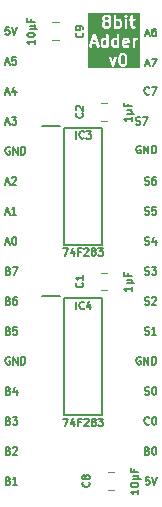
<source format=gto>
%TF.GenerationSoftware,KiCad,Pcbnew,9.0.2*%
%TF.CreationDate,2025-08-22T18:41:55+02:00*%
%TF.ProjectId,Added 8bit,41646465-6420-4386-9269-742e6b696361,V0*%
%TF.SameCoordinates,Original*%
%TF.FileFunction,Legend,Top*%
%TF.FilePolarity,Positive*%
%FSLAX46Y46*%
G04 Gerber Fmt 4.6, Leading zero omitted, Abs format (unit mm)*
G04 Created by KiCad (PCBNEW 9.0.2) date 2025-08-22 18:41:55*
%MOMM*%
%LPD*%
G01*
G04 APERTURE LIST*
%ADD10C,0.150000*%
%ADD11C,0.200000*%
%ADD12C,0.120000*%
G04 APERTURE END LIST*
D10*
X13429839Y-37750963D02*
X13127458Y-37750963D01*
X13127458Y-37750963D02*
X13097220Y-38053344D01*
X13097220Y-38053344D02*
X13127458Y-38023105D01*
X13127458Y-38023105D02*
X13187934Y-37992867D01*
X13187934Y-37992867D02*
X13339125Y-37992867D01*
X13339125Y-37992867D02*
X13399601Y-38023105D01*
X13399601Y-38023105D02*
X13429839Y-38053344D01*
X13429839Y-38053344D02*
X13460077Y-38113820D01*
X13460077Y-38113820D02*
X13460077Y-38265010D01*
X13460077Y-38265010D02*
X13429839Y-38325486D01*
X13429839Y-38325486D02*
X13399601Y-38355725D01*
X13399601Y-38355725D02*
X13339125Y-38385963D01*
X13339125Y-38385963D02*
X13187934Y-38385963D01*
X13187934Y-38385963D02*
X13127458Y-38355725D01*
X13127458Y-38355725D02*
X13097220Y-38325486D01*
X13641506Y-37750963D02*
X13853172Y-38385963D01*
X13853172Y-38385963D02*
X14064839Y-37750963D01*
X13036744Y-12955725D02*
X13127458Y-12985963D01*
X13127458Y-12985963D02*
X13278649Y-12985963D01*
X13278649Y-12985963D02*
X13339125Y-12955725D01*
X13339125Y-12955725D02*
X13369363Y-12925486D01*
X13369363Y-12925486D02*
X13399601Y-12865010D01*
X13399601Y-12865010D02*
X13399601Y-12804534D01*
X13399601Y-12804534D02*
X13369363Y-12744058D01*
X13369363Y-12744058D02*
X13339125Y-12713820D01*
X13339125Y-12713820D02*
X13278649Y-12683582D01*
X13278649Y-12683582D02*
X13157696Y-12653344D01*
X13157696Y-12653344D02*
X13097220Y-12623105D01*
X13097220Y-12623105D02*
X13066982Y-12592867D01*
X13066982Y-12592867D02*
X13036744Y-12532391D01*
X13036744Y-12532391D02*
X13036744Y-12471915D01*
X13036744Y-12471915D02*
X13066982Y-12411439D01*
X13066982Y-12411439D02*
X13097220Y-12381201D01*
X13097220Y-12381201D02*
X13157696Y-12350963D01*
X13157696Y-12350963D02*
X13308887Y-12350963D01*
X13308887Y-12350963D02*
X13399601Y-12381201D01*
X13943887Y-12350963D02*
X13822934Y-12350963D01*
X13822934Y-12350963D02*
X13762458Y-12381201D01*
X13762458Y-12381201D02*
X13732220Y-12411439D01*
X13732220Y-12411439D02*
X13671744Y-12502153D01*
X13671744Y-12502153D02*
X13641506Y-12623105D01*
X13641506Y-12623105D02*
X13641506Y-12865010D01*
X13641506Y-12865010D02*
X13671744Y-12925486D01*
X13671744Y-12925486D02*
X13701982Y-12955725D01*
X13701982Y-12955725D02*
X13762458Y-12985963D01*
X13762458Y-12985963D02*
X13883411Y-12985963D01*
X13883411Y-12985963D02*
X13943887Y-12955725D01*
X13943887Y-12955725D02*
X13974125Y-12925486D01*
X13974125Y-12925486D02*
X14004363Y-12865010D01*
X14004363Y-12865010D02*
X14004363Y-12713820D01*
X14004363Y-12713820D02*
X13974125Y-12653344D01*
X13974125Y-12653344D02*
X13943887Y-12623105D01*
X13943887Y-12623105D02*
X13883411Y-12592867D01*
X13883411Y-12592867D02*
X13762458Y-12592867D01*
X13762458Y-12592867D02*
X13701982Y-12623105D01*
X13701982Y-12623105D02*
X13671744Y-12653344D01*
X13671744Y-12653344D02*
X13641506Y-12713820D01*
X13097220Y-2771534D02*
X13399601Y-2771534D01*
X13036744Y-2952963D02*
X13248410Y-2317963D01*
X13248410Y-2317963D02*
X13460077Y-2952963D01*
X13611268Y-2317963D02*
X14034601Y-2317963D01*
X14034601Y-2317963D02*
X13762458Y-2952963D01*
X1477541Y-22813344D02*
X1568255Y-22843582D01*
X1568255Y-22843582D02*
X1598493Y-22873820D01*
X1598493Y-22873820D02*
X1628731Y-22934296D01*
X1628731Y-22934296D02*
X1628731Y-23025010D01*
X1628731Y-23025010D02*
X1598493Y-23085486D01*
X1598493Y-23085486D02*
X1568255Y-23115725D01*
X1568255Y-23115725D02*
X1507779Y-23145963D01*
X1507779Y-23145963D02*
X1265874Y-23145963D01*
X1265874Y-23145963D02*
X1265874Y-22510963D01*
X1265874Y-22510963D02*
X1477541Y-22510963D01*
X1477541Y-22510963D02*
X1538017Y-22541201D01*
X1538017Y-22541201D02*
X1568255Y-22571439D01*
X1568255Y-22571439D02*
X1598493Y-22631915D01*
X1598493Y-22631915D02*
X1598493Y-22692391D01*
X1598493Y-22692391D02*
X1568255Y-22752867D01*
X1568255Y-22752867D02*
X1538017Y-22783105D01*
X1538017Y-22783105D02*
X1477541Y-22813344D01*
X1477541Y-22813344D02*
X1265874Y-22813344D01*
X2173017Y-22510963D02*
X2052064Y-22510963D01*
X2052064Y-22510963D02*
X1991588Y-22541201D01*
X1991588Y-22541201D02*
X1961350Y-22571439D01*
X1961350Y-22571439D02*
X1900874Y-22662153D01*
X1900874Y-22662153D02*
X1870636Y-22783105D01*
X1870636Y-22783105D02*
X1870636Y-23025010D01*
X1870636Y-23025010D02*
X1900874Y-23085486D01*
X1900874Y-23085486D02*
X1931112Y-23115725D01*
X1931112Y-23115725D02*
X1991588Y-23145963D01*
X1991588Y-23145963D02*
X2112541Y-23145963D01*
X2112541Y-23145963D02*
X2173017Y-23115725D01*
X2173017Y-23115725D02*
X2203255Y-23085486D01*
X2203255Y-23085486D02*
X2233493Y-23025010D01*
X2233493Y-23025010D02*
X2233493Y-22873820D01*
X2233493Y-22873820D02*
X2203255Y-22813344D01*
X2203255Y-22813344D02*
X2173017Y-22783105D01*
X2173017Y-22783105D02*
X2112541Y-22752867D01*
X2112541Y-22752867D02*
X1991588Y-22752867D01*
X1991588Y-22752867D02*
X1931112Y-22783105D01*
X1931112Y-22783105D02*
X1900874Y-22813344D01*
X1900874Y-22813344D02*
X1870636Y-22873820D01*
X1477541Y-32973344D02*
X1568255Y-33003582D01*
X1568255Y-33003582D02*
X1598493Y-33033820D01*
X1598493Y-33033820D02*
X1628731Y-33094296D01*
X1628731Y-33094296D02*
X1628731Y-33185010D01*
X1628731Y-33185010D02*
X1598493Y-33245486D01*
X1598493Y-33245486D02*
X1568255Y-33275725D01*
X1568255Y-33275725D02*
X1507779Y-33305963D01*
X1507779Y-33305963D02*
X1265874Y-33305963D01*
X1265874Y-33305963D02*
X1265874Y-32670963D01*
X1265874Y-32670963D02*
X1477541Y-32670963D01*
X1477541Y-32670963D02*
X1538017Y-32701201D01*
X1538017Y-32701201D02*
X1568255Y-32731439D01*
X1568255Y-32731439D02*
X1598493Y-32791915D01*
X1598493Y-32791915D02*
X1598493Y-32852391D01*
X1598493Y-32852391D02*
X1568255Y-32912867D01*
X1568255Y-32912867D02*
X1538017Y-32943105D01*
X1538017Y-32943105D02*
X1477541Y-32973344D01*
X1477541Y-32973344D02*
X1265874Y-32973344D01*
X1840398Y-32670963D02*
X2233493Y-32670963D01*
X2233493Y-32670963D02*
X2021826Y-32912867D01*
X2021826Y-32912867D02*
X2112541Y-32912867D01*
X2112541Y-32912867D02*
X2173017Y-32943105D01*
X2173017Y-32943105D02*
X2203255Y-32973344D01*
X2203255Y-32973344D02*
X2233493Y-33033820D01*
X2233493Y-33033820D02*
X2233493Y-33185010D01*
X2233493Y-33185010D02*
X2203255Y-33245486D01*
X2203255Y-33245486D02*
X2173017Y-33275725D01*
X2173017Y-33275725D02*
X2112541Y-33305963D01*
X2112541Y-33305963D02*
X1931112Y-33305963D01*
X1931112Y-33305963D02*
X1870636Y-33275725D01*
X1870636Y-33275725D02*
X1840398Y-33245486D01*
X13399601Y-33245486D02*
X13369363Y-33275725D01*
X13369363Y-33275725D02*
X13278649Y-33305963D01*
X13278649Y-33305963D02*
X13218173Y-33305963D01*
X13218173Y-33305963D02*
X13127458Y-33275725D01*
X13127458Y-33275725D02*
X13066982Y-33215248D01*
X13066982Y-33215248D02*
X13036744Y-33154772D01*
X13036744Y-33154772D02*
X13006506Y-33033820D01*
X13006506Y-33033820D02*
X13006506Y-32943105D01*
X13006506Y-32943105D02*
X13036744Y-32822153D01*
X13036744Y-32822153D02*
X13066982Y-32761677D01*
X13066982Y-32761677D02*
X13127458Y-32701201D01*
X13127458Y-32701201D02*
X13218173Y-32670963D01*
X13218173Y-32670963D02*
X13278649Y-32670963D01*
X13278649Y-32670963D02*
X13369363Y-32701201D01*
X13369363Y-32701201D02*
X13399601Y-32731439D01*
X13792696Y-32670963D02*
X13853173Y-32670963D01*
X13853173Y-32670963D02*
X13913649Y-32701201D01*
X13913649Y-32701201D02*
X13943887Y-32731439D01*
X13943887Y-32731439D02*
X13974125Y-32791915D01*
X13974125Y-32791915D02*
X14004363Y-32912867D01*
X14004363Y-32912867D02*
X14004363Y-33064058D01*
X14004363Y-33064058D02*
X13974125Y-33185010D01*
X13974125Y-33185010D02*
X13943887Y-33245486D01*
X13943887Y-33245486D02*
X13913649Y-33275725D01*
X13913649Y-33275725D02*
X13853173Y-33305963D01*
X13853173Y-33305963D02*
X13792696Y-33305963D01*
X13792696Y-33305963D02*
X13732220Y-33275725D01*
X13732220Y-33275725D02*
X13701982Y-33245486D01*
X13701982Y-33245486D02*
X13671744Y-33185010D01*
X13671744Y-33185010D02*
X13641506Y-33064058D01*
X13641506Y-33064058D02*
X13641506Y-32912867D01*
X13641506Y-32912867D02*
X13671744Y-32791915D01*
X13671744Y-32791915D02*
X13701982Y-32731439D01*
X13701982Y-32731439D02*
X13732220Y-32701201D01*
X13732220Y-32701201D02*
X13792696Y-32670963D01*
X1598493Y-9841201D02*
X1538017Y-9810963D01*
X1538017Y-9810963D02*
X1447303Y-9810963D01*
X1447303Y-9810963D02*
X1356588Y-9841201D01*
X1356588Y-9841201D02*
X1296112Y-9901677D01*
X1296112Y-9901677D02*
X1265874Y-9962153D01*
X1265874Y-9962153D02*
X1235636Y-10083105D01*
X1235636Y-10083105D02*
X1235636Y-10173820D01*
X1235636Y-10173820D02*
X1265874Y-10294772D01*
X1265874Y-10294772D02*
X1296112Y-10355248D01*
X1296112Y-10355248D02*
X1356588Y-10415725D01*
X1356588Y-10415725D02*
X1447303Y-10445963D01*
X1447303Y-10445963D02*
X1507779Y-10445963D01*
X1507779Y-10445963D02*
X1598493Y-10415725D01*
X1598493Y-10415725D02*
X1628731Y-10385486D01*
X1628731Y-10385486D02*
X1628731Y-10173820D01*
X1628731Y-10173820D02*
X1507779Y-10173820D01*
X1900874Y-10445963D02*
X1900874Y-9810963D01*
X1900874Y-9810963D02*
X2263731Y-10445963D01*
X2263731Y-10445963D02*
X2263731Y-9810963D01*
X2566112Y-10445963D02*
X2566112Y-9810963D01*
X2566112Y-9810963D02*
X2717302Y-9810963D01*
X2717302Y-9810963D02*
X2808017Y-9841201D01*
X2808017Y-9841201D02*
X2868493Y-9901677D01*
X2868493Y-9901677D02*
X2898731Y-9962153D01*
X2898731Y-9962153D02*
X2928969Y-10083105D01*
X2928969Y-10083105D02*
X2928969Y-10173820D01*
X2928969Y-10173820D02*
X2898731Y-10294772D01*
X2898731Y-10294772D02*
X2868493Y-10355248D01*
X2868493Y-10355248D02*
X2808017Y-10415725D01*
X2808017Y-10415725D02*
X2717302Y-10445963D01*
X2717302Y-10445963D02*
X2566112Y-10445963D01*
D11*
G36*
X11259573Y-2045024D02*
G01*
X11284242Y-2069692D01*
X11319695Y-2140599D01*
X11361666Y-2308480D01*
X11361666Y-2521956D01*
X11319695Y-2689837D01*
X11284242Y-2760743D01*
X11259573Y-2785413D01*
X11199964Y-2815219D01*
X11151940Y-2815219D01*
X11092330Y-2785414D01*
X11067663Y-2760746D01*
X11032208Y-2689837D01*
X10990238Y-2521956D01*
X10990238Y-2308481D01*
X11032208Y-2140599D01*
X11067662Y-2069692D01*
X11092330Y-2045023D01*
X11151940Y-2015219D01*
X11199964Y-2015219D01*
X11259573Y-2045024D01*
G37*
G36*
X9766428Y-748030D02*
G01*
X9766428Y-1195852D01*
X9747583Y-1205275D01*
X9604321Y-1205275D01*
X9544711Y-1175470D01*
X9520044Y-1150802D01*
X9490238Y-1091190D01*
X9490238Y-852691D01*
X9520043Y-793081D01*
X9544711Y-768412D01*
X9604321Y-738608D01*
X9747583Y-738608D01*
X9766428Y-748030D01*
G37*
G36*
X10671190Y-748030D02*
G01*
X10671190Y-1195852D01*
X10652345Y-1205275D01*
X10509083Y-1205275D01*
X10449473Y-1175470D01*
X10424806Y-1150802D01*
X10395000Y-1091190D01*
X10395000Y-852691D01*
X10424805Y-793081D01*
X10449473Y-768412D01*
X10509083Y-738608D01*
X10652345Y-738608D01*
X10671190Y-748030D01*
G37*
G36*
X11553797Y-760763D02*
G01*
X11571247Y-795663D01*
X11299762Y-849960D01*
X11299762Y-805072D01*
X11321917Y-760762D01*
X11366226Y-738608D01*
X11509488Y-738608D01*
X11553797Y-760763D01*
G37*
G36*
X8870543Y-919560D02*
G01*
X8671838Y-919560D01*
X8771190Y-621502D01*
X8870543Y-919560D01*
G37*
G36*
X9950049Y746291D02*
G01*
X9974718Y721623D01*
X10004523Y662014D01*
X10004523Y518752D01*
X9974718Y459142D01*
X9950047Y434471D01*
X9890441Y404668D01*
X9747177Y404668D01*
X9687569Y434472D01*
X9662900Y459142D01*
X9633095Y518752D01*
X9633095Y662013D01*
X9662900Y721623D01*
X9687568Y746292D01*
X9747178Y776097D01*
X9890440Y776097D01*
X9950049Y746291D01*
G37*
G36*
X9950049Y1174862D02*
G01*
X9974718Y1150194D01*
X10004523Y1090585D01*
X10004523Y1090180D01*
X9974718Y1030570D01*
X9950049Y1005902D01*
X9890440Y976097D01*
X9747178Y976097D01*
X9687568Y1005901D01*
X9662900Y1030570D01*
X9633095Y1090180D01*
X9633095Y1090584D01*
X9662900Y1150194D01*
X9687568Y1174863D01*
X9747178Y1204668D01*
X9890440Y1204668D01*
X9950049Y1174862D01*
G37*
G36*
X10854811Y841529D02*
G01*
X10879480Y816861D01*
X10909285Y757252D01*
X10909285Y518752D01*
X10879480Y459142D01*
X10854809Y434471D01*
X10795203Y404668D01*
X10651939Y404668D01*
X10633095Y414090D01*
X10633095Y861912D01*
X10651940Y871335D01*
X10795202Y871335D01*
X10854811Y841529D01*
G37*
G36*
X12599428Y-3126330D02*
G01*
X8227531Y-3126330D01*
X8227531Y-2263167D01*
X9981787Y-2263167D01*
X9986540Y-2282186D01*
X10224635Y-2948852D01*
X10233005Y-2966579D01*
X10236375Y-2970301D01*
X10238523Y-2974836D01*
X10249374Y-2984659D01*
X10259192Y-2995504D01*
X10263724Y-2997651D01*
X10267449Y-3001023D01*
X10281239Y-3005947D01*
X10294454Y-3012208D01*
X10299464Y-3012457D01*
X10304194Y-3014146D01*
X10318815Y-3013418D01*
X10333424Y-3014145D01*
X10338149Y-3012457D01*
X10343164Y-3012208D01*
X10356390Y-3005942D01*
X10370169Y-3001022D01*
X10373889Y-2997653D01*
X10378426Y-2995505D01*
X10388248Y-2984654D01*
X10399095Y-2974836D01*
X10401242Y-2970301D01*
X10404613Y-2966579D01*
X10412983Y-2948853D01*
X10646083Y-2296171D01*
X10790238Y-2296171D01*
X10790238Y-2534266D01*
X10790573Y-2537668D01*
X10790356Y-2539127D01*
X10791435Y-2546424D01*
X10792159Y-2553775D01*
X10792723Y-2555138D01*
X10793224Y-2558520D01*
X10840843Y-2748995D01*
X10841356Y-2750432D01*
X10841408Y-2751155D01*
X10844516Y-2759279D01*
X10847438Y-2767456D01*
X10847868Y-2768036D01*
X10848414Y-2769463D01*
X10896033Y-2864701D01*
X10901316Y-2873093D01*
X10902328Y-2875537D01*
X10904584Y-2878286D01*
X10906476Y-2881291D01*
X10908470Y-2883020D01*
X10914765Y-2890690D01*
X10962383Y-2938310D01*
X10970051Y-2944603D01*
X10971783Y-2946600D01*
X10974791Y-2948493D01*
X10977537Y-2950747D01*
X10979977Y-2951757D01*
X10988374Y-2957043D01*
X11083611Y-3004662D01*
X11101920Y-3011668D01*
X11105503Y-3011922D01*
X11108824Y-3013298D01*
X11128333Y-3015219D01*
X11223571Y-3015219D01*
X11243080Y-3013298D01*
X11246400Y-3011922D01*
X11249984Y-3011668D01*
X11268292Y-3004662D01*
X11363530Y-2957043D01*
X11371925Y-2951758D01*
X11374367Y-2950747D01*
X11377114Y-2948491D01*
X11380120Y-2946600D01*
X11381850Y-2944605D01*
X11389520Y-2938310D01*
X11437139Y-2890690D01*
X11443431Y-2883023D01*
X11445428Y-2881292D01*
X11447321Y-2878284D01*
X11449576Y-2875537D01*
X11450587Y-2873095D01*
X11455871Y-2864701D01*
X11503490Y-2769464D01*
X11504036Y-2768035D01*
X11504466Y-2767456D01*
X11507387Y-2759279D01*
X11510496Y-2751155D01*
X11510547Y-2750434D01*
X11511061Y-2748996D01*
X11558680Y-2558520D01*
X11559180Y-2555138D01*
X11559745Y-2553775D01*
X11560468Y-2546424D01*
X11561548Y-2539127D01*
X11561330Y-2537668D01*
X11561666Y-2534266D01*
X11561666Y-2296171D01*
X11561330Y-2292768D01*
X11561548Y-2291310D01*
X11560468Y-2284012D01*
X11559745Y-2276662D01*
X11559180Y-2275298D01*
X11558680Y-2271917D01*
X11511061Y-2081441D01*
X11510547Y-2080002D01*
X11510496Y-2079282D01*
X11507387Y-2071157D01*
X11504466Y-2062981D01*
X11504036Y-2062401D01*
X11503490Y-2060973D01*
X11455871Y-1965736D01*
X11450585Y-1957339D01*
X11449575Y-1954899D01*
X11447321Y-1952153D01*
X11445428Y-1949145D01*
X11443430Y-1947412D01*
X11437138Y-1939746D01*
X11389520Y-1892127D01*
X11381849Y-1885832D01*
X11380120Y-1883838D01*
X11377112Y-1881944D01*
X11374366Y-1879691D01*
X11371926Y-1878680D01*
X11363530Y-1873395D01*
X11268292Y-1825776D01*
X11249984Y-1818770D01*
X11246400Y-1818515D01*
X11243080Y-1817140D01*
X11223571Y-1815219D01*
X11128333Y-1815219D01*
X11108824Y-1817140D01*
X11105503Y-1818515D01*
X11101920Y-1818770D01*
X11083611Y-1825776D01*
X10988374Y-1873395D01*
X10979977Y-1878680D01*
X10977537Y-1879691D01*
X10974791Y-1881944D01*
X10971783Y-1883838D01*
X10970050Y-1885835D01*
X10962384Y-1892128D01*
X10914765Y-1939746D01*
X10908470Y-1947416D01*
X10906476Y-1949146D01*
X10904582Y-1952153D01*
X10902329Y-1954900D01*
X10901318Y-1957339D01*
X10896033Y-1965736D01*
X10848414Y-2060974D01*
X10847868Y-2062400D01*
X10847438Y-2062981D01*
X10844516Y-2071157D01*
X10841408Y-2079282D01*
X10841356Y-2080004D01*
X10840843Y-2081442D01*
X10793224Y-2271917D01*
X10792723Y-2275298D01*
X10792159Y-2276662D01*
X10791435Y-2284012D01*
X10790356Y-2291310D01*
X10790573Y-2292768D01*
X10790238Y-2296171D01*
X10646083Y-2296171D01*
X10651078Y-2282186D01*
X10655831Y-2263167D01*
X10653893Y-2224197D01*
X10637190Y-2188935D01*
X10608264Y-2162749D01*
X10571519Y-2149626D01*
X10532549Y-2151563D01*
X10497287Y-2168267D01*
X10471100Y-2197192D01*
X10462730Y-2214919D01*
X10318809Y-2617897D01*
X10174888Y-2214918D01*
X10166518Y-2197192D01*
X10140331Y-2168266D01*
X10105069Y-2151563D01*
X10066099Y-2149625D01*
X10029354Y-2162748D01*
X10000428Y-2188935D01*
X9983725Y-2224197D01*
X9981787Y-2263167D01*
X8227531Y-2263167D01*
X8227531Y-1292768D01*
X8338642Y-1292768D01*
X8341408Y-1331688D01*
X8358858Y-1366587D01*
X8388334Y-1392152D01*
X8425350Y-1404490D01*
X8464270Y-1401724D01*
X8499169Y-1384274D01*
X8524734Y-1354798D01*
X8532725Y-1336898D01*
X8605171Y-1119560D01*
X8937209Y-1119560D01*
X9009655Y-1336897D01*
X9017646Y-1354798D01*
X9043211Y-1384274D01*
X9078110Y-1401723D01*
X9117030Y-1404490D01*
X9154046Y-1392151D01*
X9183522Y-1366586D01*
X9200972Y-1331687D01*
X9203738Y-1292767D01*
X9199391Y-1273652D01*
X9051202Y-829084D01*
X9290238Y-829084D01*
X9290238Y-1114798D01*
X9292159Y-1134307D01*
X9293534Y-1137627D01*
X9293789Y-1141211D01*
X9300795Y-1159519D01*
X9348414Y-1254757D01*
X9353697Y-1263149D01*
X9354709Y-1265593D01*
X9356965Y-1268342D01*
X9358857Y-1271347D01*
X9360851Y-1273076D01*
X9367146Y-1280746D01*
X9414764Y-1328366D01*
X9422432Y-1334659D01*
X9424164Y-1336656D01*
X9427172Y-1338549D01*
X9429918Y-1340803D01*
X9432358Y-1341813D01*
X9440755Y-1347099D01*
X9535992Y-1394718D01*
X9554301Y-1401724D01*
X9557884Y-1401978D01*
X9561205Y-1403354D01*
X9580714Y-1405275D01*
X9771190Y-1405275D01*
X9790699Y-1403354D01*
X9794019Y-1401978D01*
X9797603Y-1401724D01*
X9815911Y-1394718D01*
X9820514Y-1392416D01*
X9846919Y-1403354D01*
X9885937Y-1403354D01*
X9921985Y-1388422D01*
X9949575Y-1360832D01*
X9964507Y-1324784D01*
X9966428Y-1305275D01*
X9966428Y-829084D01*
X10195000Y-829084D01*
X10195000Y-1114798D01*
X10196921Y-1134307D01*
X10198296Y-1137627D01*
X10198551Y-1141211D01*
X10205557Y-1159519D01*
X10253176Y-1254757D01*
X10258459Y-1263149D01*
X10259471Y-1265593D01*
X10261727Y-1268342D01*
X10263619Y-1271347D01*
X10265613Y-1273076D01*
X10271908Y-1280746D01*
X10319526Y-1328366D01*
X10327194Y-1334659D01*
X10328926Y-1336656D01*
X10331934Y-1338549D01*
X10334680Y-1340803D01*
X10337120Y-1341813D01*
X10345517Y-1347099D01*
X10440754Y-1394718D01*
X10459063Y-1401724D01*
X10462646Y-1401978D01*
X10465967Y-1403354D01*
X10485476Y-1405275D01*
X10675952Y-1405275D01*
X10695461Y-1403354D01*
X10698781Y-1401978D01*
X10702365Y-1401724D01*
X10720673Y-1394718D01*
X10725276Y-1392416D01*
X10751681Y-1403354D01*
X10790699Y-1403354D01*
X10826747Y-1388422D01*
X10854337Y-1360832D01*
X10869269Y-1324784D01*
X10871190Y-1305275D01*
X10871190Y-781465D01*
X11099762Y-781465D01*
X11099762Y-1162417D01*
X11101683Y-1181926D01*
X11103058Y-1185246D01*
X11103313Y-1188829D01*
X11110319Y-1207138D01*
X11157938Y-1302377D01*
X11159991Y-1305640D01*
X11160505Y-1307179D01*
X11162167Y-1309095D01*
X11168381Y-1318967D01*
X11177852Y-1327181D01*
X11186069Y-1336656D01*
X11195939Y-1342868D01*
X11197857Y-1344532D01*
X11199397Y-1345045D01*
X11202660Y-1347099D01*
X11297897Y-1394718D01*
X11316206Y-1401724D01*
X11319789Y-1401978D01*
X11323110Y-1403354D01*
X11342619Y-1405275D01*
X11533095Y-1405275D01*
X11552604Y-1403354D01*
X11555924Y-1401978D01*
X11559508Y-1401724D01*
X11577816Y-1394718D01*
X11673054Y-1347099D01*
X11689644Y-1336656D01*
X11715209Y-1307179D01*
X11727547Y-1270163D01*
X11724782Y-1231243D01*
X11707333Y-1196345D01*
X11677856Y-1170780D01*
X11640840Y-1158441D01*
X11601920Y-1161207D01*
X11583611Y-1168213D01*
X11509488Y-1205275D01*
X11366226Y-1205275D01*
X11321916Y-1183120D01*
X11299762Y-1138810D01*
X11299762Y-1053921D01*
X11695458Y-974782D01*
X11695461Y-974782D01*
X11695463Y-974780D01*
X11695563Y-974761D01*
X11714317Y-969051D01*
X11722457Y-963599D01*
X11731509Y-959850D01*
X11738510Y-952848D01*
X11746736Y-947340D01*
X11752170Y-939188D01*
X11759099Y-932260D01*
X11762888Y-923112D01*
X11768380Y-914875D01*
X11770281Y-905264D01*
X11774031Y-896212D01*
X11775952Y-876703D01*
X11775952Y-781465D01*
X11774031Y-761956D01*
X11772655Y-758635D01*
X11772401Y-755052D01*
X11765395Y-736743D01*
X11717776Y-641506D01*
X11715951Y-638608D01*
X12004524Y-638608D01*
X12004524Y-1305275D01*
X12006445Y-1324784D01*
X12021377Y-1360832D01*
X12048967Y-1388422D01*
X12085015Y-1403354D01*
X12124033Y-1403354D01*
X12160081Y-1388422D01*
X12187671Y-1360832D01*
X12202603Y-1324784D01*
X12204524Y-1305275D01*
X12204524Y-852691D01*
X12234329Y-793081D01*
X12258997Y-768412D01*
X12318607Y-738608D01*
X12390238Y-738608D01*
X12409747Y-736687D01*
X12445795Y-721755D01*
X12473385Y-694165D01*
X12488317Y-658117D01*
X12488317Y-619099D01*
X12473385Y-583051D01*
X12445795Y-555461D01*
X12409747Y-540529D01*
X12390238Y-538608D01*
X12295000Y-538608D01*
X12275491Y-540529D01*
X12272170Y-541904D01*
X12268587Y-542159D01*
X12250278Y-549165D01*
X12185949Y-581329D01*
X12160081Y-555461D01*
X12124033Y-540529D01*
X12085015Y-540529D01*
X12048967Y-555461D01*
X12021377Y-583051D01*
X12006445Y-619099D01*
X12004524Y-638608D01*
X11715951Y-638608D01*
X11715721Y-638242D01*
X11715209Y-636704D01*
X11713547Y-634788D01*
X11707333Y-624915D01*
X11697857Y-616697D01*
X11689644Y-607227D01*
X11679772Y-601013D01*
X11677856Y-599351D01*
X11676317Y-598837D01*
X11673054Y-596784D01*
X11577816Y-549165D01*
X11559508Y-542159D01*
X11555924Y-541904D01*
X11552604Y-540529D01*
X11533095Y-538608D01*
X11342619Y-538608D01*
X11323110Y-540529D01*
X11319789Y-541904D01*
X11316206Y-542159D01*
X11297897Y-549165D01*
X11202660Y-596784D01*
X11199396Y-598838D01*
X11197858Y-599351D01*
X11195942Y-601012D01*
X11186069Y-607227D01*
X11177851Y-616702D01*
X11168381Y-624916D01*
X11162167Y-634787D01*
X11160505Y-636704D01*
X11159991Y-638242D01*
X11157938Y-641506D01*
X11110319Y-736744D01*
X11103313Y-755052D01*
X11103058Y-758635D01*
X11101683Y-761956D01*
X11099762Y-781465D01*
X10871190Y-781465D01*
X10871190Y-305275D01*
X10869269Y-285766D01*
X10854337Y-249718D01*
X10826747Y-222128D01*
X10790699Y-207196D01*
X10751681Y-207196D01*
X10715633Y-222128D01*
X10688043Y-249718D01*
X10673111Y-285766D01*
X10671190Y-305275D01*
X10671190Y-538608D01*
X10485476Y-538608D01*
X10465967Y-540529D01*
X10462646Y-541904D01*
X10459063Y-542159D01*
X10440754Y-549165D01*
X10345517Y-596784D01*
X10337120Y-602069D01*
X10334680Y-603080D01*
X10331934Y-605333D01*
X10328926Y-607227D01*
X10327193Y-609224D01*
X10319527Y-615517D01*
X10271908Y-663135D01*
X10265613Y-670805D01*
X10263619Y-672535D01*
X10261725Y-675542D01*
X10259472Y-678289D01*
X10258461Y-680728D01*
X10253176Y-689125D01*
X10205557Y-784363D01*
X10198551Y-802671D01*
X10198296Y-806254D01*
X10196921Y-809575D01*
X10195000Y-829084D01*
X9966428Y-829084D01*
X9966428Y-305275D01*
X9964507Y-285766D01*
X9949575Y-249718D01*
X9921985Y-222128D01*
X9885937Y-207196D01*
X9846919Y-207196D01*
X9810871Y-222128D01*
X9783281Y-249718D01*
X9768349Y-285766D01*
X9766428Y-305275D01*
X9766428Y-538608D01*
X9580714Y-538608D01*
X9561205Y-540529D01*
X9557884Y-541904D01*
X9554301Y-542159D01*
X9535992Y-549165D01*
X9440755Y-596784D01*
X9432358Y-602069D01*
X9429918Y-603080D01*
X9427172Y-605333D01*
X9424164Y-607227D01*
X9422431Y-609224D01*
X9414765Y-615517D01*
X9367146Y-663135D01*
X9360851Y-670805D01*
X9358857Y-672535D01*
X9356963Y-675542D01*
X9354710Y-678289D01*
X9353699Y-680728D01*
X9348414Y-689125D01*
X9300795Y-784363D01*
X9293789Y-802671D01*
X9293534Y-806254D01*
X9292159Y-809575D01*
X9290238Y-829084D01*
X9051202Y-829084D01*
X8866058Y-273652D01*
X8858067Y-255752D01*
X8853382Y-250350D01*
X8850189Y-243964D01*
X8840720Y-235751D01*
X8832502Y-226276D01*
X8826110Y-223079D01*
X8820713Y-218399D01*
X8808819Y-214434D01*
X8797603Y-208826D01*
X8790475Y-208319D01*
X8783697Y-206060D01*
X8771192Y-206949D01*
X8758683Y-206060D01*
X8751901Y-208320D01*
X8744777Y-208827D01*
X8733568Y-214430D01*
X8721667Y-218398D01*
X8716266Y-223081D01*
X8709878Y-226276D01*
X8701662Y-235747D01*
X8692191Y-243963D01*
X8688996Y-250352D01*
X8684313Y-255752D01*
X8676322Y-273653D01*
X8342989Y-1273652D01*
X8338642Y-1292768D01*
X8227531Y-1292768D01*
X8227531Y1114192D01*
X9433095Y1114192D01*
X9433095Y1066573D01*
X9435016Y1047064D01*
X9436391Y1043743D01*
X9436646Y1040160D01*
X9443652Y1021852D01*
X9491271Y926614D01*
X9496556Y918217D01*
X9497567Y915778D01*
X9499820Y913031D01*
X9501714Y910024D01*
X9503708Y908294D01*
X9510003Y900624D01*
X9534530Y876097D01*
X9510003Y851570D01*
X9503708Y843899D01*
X9501714Y842170D01*
X9499820Y839162D01*
X9497567Y836416D01*
X9496556Y833976D01*
X9491271Y825580D01*
X9443652Y730342D01*
X9436646Y712034D01*
X9436391Y708450D01*
X9435016Y705130D01*
X9433095Y685621D01*
X9433095Y495145D01*
X9435016Y475636D01*
X9436391Y472315D01*
X9436646Y468732D01*
X9443652Y450424D01*
X9491271Y355186D01*
X9496556Y346789D01*
X9497567Y344350D01*
X9499820Y341603D01*
X9501714Y338596D01*
X9503708Y336866D01*
X9510003Y329196D01*
X9557622Y281578D01*
X9565291Y275283D01*
X9567021Y273289D01*
X9570025Y271397D01*
X9572775Y269141D01*
X9575218Y268129D01*
X9583611Y262846D01*
X9678849Y215226D01*
X9697158Y208219D01*
X9700741Y207964D01*
X9704062Y206589D01*
X9723571Y204668D01*
X9914047Y204668D01*
X9933556Y206589D01*
X9936875Y207964D01*
X9940461Y208219D01*
X9958769Y215226D01*
X10054007Y262846D01*
X10062402Y268130D01*
X10064842Y269141D01*
X10067587Y271394D01*
X10070598Y273289D01*
X10072329Y275285D01*
X10079996Y281577D01*
X10127614Y329196D01*
X10133906Y336862D01*
X10135904Y338595D01*
X10137797Y341603D01*
X10140051Y344349D01*
X10141061Y346789D01*
X10146347Y355186D01*
X10193966Y450423D01*
X10200972Y468732D01*
X10201226Y472315D01*
X10202602Y475636D01*
X10204523Y495145D01*
X10204523Y685621D01*
X10202602Y705130D01*
X10201226Y708450D01*
X10200972Y712034D01*
X10193966Y730343D01*
X10146347Y825580D01*
X10141061Y833976D01*
X10140051Y836417D01*
X10137797Y839162D01*
X10135904Y842171D01*
X10133906Y843903D01*
X10127614Y851570D01*
X10103087Y876097D01*
X10127614Y900624D01*
X10133906Y908290D01*
X10135904Y910023D01*
X10137797Y913031D01*
X10140051Y915777D01*
X10141061Y918217D01*
X10146347Y926614D01*
X10193966Y1021851D01*
X10200972Y1040160D01*
X10201226Y1043743D01*
X10202602Y1047064D01*
X10204523Y1066573D01*
X10204523Y1114192D01*
X10202602Y1133701D01*
X10201226Y1137021D01*
X10200972Y1140605D01*
X10193966Y1158914D01*
X10146347Y1254151D01*
X10141061Y1262547D01*
X10140051Y1264988D01*
X10137797Y1267733D01*
X10135904Y1270742D01*
X10133906Y1272474D01*
X10127614Y1280141D01*
X10103088Y1304668D01*
X10433095Y1304668D01*
X10433095Y304668D01*
X10435016Y285159D01*
X10449948Y249111D01*
X10477538Y221521D01*
X10513586Y206589D01*
X10552604Y206589D01*
X10579009Y217526D01*
X10583611Y215226D01*
X10601920Y208219D01*
X10605503Y207964D01*
X10608824Y206589D01*
X10628333Y204668D01*
X10818809Y204668D01*
X10838318Y206589D01*
X10841637Y207964D01*
X10845223Y208219D01*
X10863531Y215226D01*
X10958769Y262846D01*
X10967164Y268130D01*
X10969604Y269141D01*
X10972349Y271394D01*
X10975360Y273289D01*
X10977091Y275285D01*
X10984758Y281577D01*
X11032376Y329196D01*
X11038668Y336862D01*
X11040666Y338595D01*
X11042559Y341603D01*
X11044813Y344349D01*
X11045823Y346789D01*
X11051109Y355186D01*
X11098728Y450423D01*
X11105734Y468732D01*
X11105988Y472315D01*
X11107364Y475636D01*
X11109285Y495145D01*
X11109285Y780859D01*
X11107364Y800368D01*
X11105988Y803688D01*
X11105734Y807272D01*
X11098728Y825581D01*
X11051109Y920818D01*
X11045823Y929214D01*
X11044813Y931655D01*
X11042559Y934400D01*
X11040666Y937409D01*
X11038668Y939141D01*
X11032376Y946808D01*
X11007850Y971335D01*
X11337857Y971335D01*
X11337857Y304668D01*
X11339778Y285159D01*
X11354710Y249111D01*
X11382300Y221521D01*
X11418348Y206589D01*
X11457366Y206589D01*
X11493414Y221521D01*
X11521004Y249111D01*
X11535936Y285159D01*
X11537857Y304668D01*
X11537857Y971335D01*
X11535936Y990844D01*
X11673111Y990844D01*
X11673111Y951826D01*
X11688043Y915778D01*
X11715633Y888188D01*
X11751681Y873256D01*
X11771190Y871335D01*
X11814047Y871335D01*
X11814047Y447526D01*
X11815968Y428017D01*
X11817343Y424696D01*
X11817598Y421113D01*
X11824604Y402805D01*
X11872223Y307567D01*
X11874275Y304306D01*
X11874789Y302766D01*
X11876452Y300848D01*
X11882666Y290977D01*
X11892138Y282761D01*
X11900354Y273289D01*
X11910225Y267075D01*
X11912143Y265412D01*
X11913683Y264898D01*
X11916944Y262846D01*
X12012182Y215226D01*
X12030491Y208219D01*
X12034074Y207964D01*
X12037395Y206589D01*
X12056904Y204668D01*
X12152142Y204668D01*
X12171651Y206589D01*
X12207699Y221521D01*
X12235289Y249111D01*
X12250221Y285159D01*
X12250221Y324177D01*
X12235289Y360225D01*
X12207699Y387815D01*
X12171651Y402747D01*
X12152142Y404668D01*
X12080510Y404668D01*
X12036202Y426822D01*
X12014047Y471133D01*
X12014047Y871335D01*
X12152142Y871335D01*
X12171651Y873256D01*
X12207699Y888188D01*
X12235289Y915778D01*
X12250221Y951826D01*
X12250221Y990844D01*
X12235289Y1026892D01*
X12207699Y1054482D01*
X12171651Y1069414D01*
X12152142Y1071335D01*
X12014047Y1071335D01*
X12014047Y1304668D01*
X12012126Y1324177D01*
X11997194Y1360225D01*
X11969604Y1387815D01*
X11933556Y1402747D01*
X11894538Y1402747D01*
X11858490Y1387815D01*
X11830900Y1360225D01*
X11815968Y1324177D01*
X11814047Y1304668D01*
X11814047Y1071335D01*
X11771190Y1071335D01*
X11751681Y1069414D01*
X11715633Y1054482D01*
X11688043Y1026892D01*
X11673111Y990844D01*
X11535936Y990844D01*
X11521004Y1026892D01*
X11493414Y1054482D01*
X11457366Y1069414D01*
X11418348Y1069414D01*
X11382300Y1054482D01*
X11354710Y1026892D01*
X11339778Y990844D01*
X11337857Y971335D01*
X11007850Y971335D01*
X10984758Y994427D01*
X10977087Y1000721D01*
X10975358Y1002716D01*
X10972350Y1004609D01*
X10969604Y1006863D01*
X10967164Y1007873D01*
X10958768Y1013159D01*
X10863530Y1060778D01*
X10845222Y1067784D01*
X10841638Y1068038D01*
X10838318Y1069414D01*
X10818809Y1071335D01*
X10633095Y1071335D01*
X10633095Y1276558D01*
X11292159Y1276558D01*
X11292159Y1237540D01*
X11307091Y1201492D01*
X11319527Y1186338D01*
X11367146Y1138720D01*
X11382299Y1126283D01*
X11392857Y1121909D01*
X11418348Y1111351D01*
X11457366Y1111351D01*
X11493414Y1126283D01*
X11508568Y1138719D01*
X11556186Y1186338D01*
X11568623Y1201491D01*
X11583554Y1237540D01*
X11583554Y1276558D01*
X11582070Y1280141D01*
X11568623Y1312607D01*
X11556186Y1327760D01*
X11508568Y1375379D01*
X11493414Y1387815D01*
X11457366Y1402747D01*
X11418348Y1402747D01*
X11392857Y1392188D01*
X11382299Y1387815D01*
X11367146Y1375378D01*
X11319527Y1327760D01*
X11307092Y1312607D01*
X11307091Y1312606D01*
X11292159Y1276558D01*
X10633095Y1276558D01*
X10633095Y1304668D01*
X10631174Y1324177D01*
X10616242Y1360225D01*
X10588652Y1387815D01*
X10552604Y1402747D01*
X10513586Y1402747D01*
X10477538Y1387815D01*
X10449948Y1360225D01*
X10435016Y1324177D01*
X10433095Y1304668D01*
X10103088Y1304668D01*
X10079996Y1327760D01*
X10072325Y1334054D01*
X10070596Y1336049D01*
X10067588Y1337942D01*
X10064842Y1340196D01*
X10062402Y1341206D01*
X10054006Y1346492D01*
X9958768Y1394111D01*
X9940460Y1401117D01*
X9936876Y1401371D01*
X9933556Y1402747D01*
X9914047Y1404668D01*
X9723571Y1404668D01*
X9704062Y1402747D01*
X9700741Y1401371D01*
X9697158Y1401117D01*
X9678849Y1394111D01*
X9583612Y1346492D01*
X9575215Y1341206D01*
X9572775Y1340196D01*
X9570029Y1337942D01*
X9567021Y1336049D01*
X9565288Y1334051D01*
X9557622Y1327759D01*
X9510003Y1280141D01*
X9503708Y1272470D01*
X9501714Y1270741D01*
X9499820Y1267733D01*
X9497567Y1264987D01*
X9496556Y1262547D01*
X9491271Y1254151D01*
X9443652Y1158913D01*
X9436646Y1140605D01*
X9436391Y1137021D01*
X9435016Y1133701D01*
X9433095Y1114192D01*
X8227531Y1114192D01*
X8227531Y1515779D01*
X12599428Y1515779D01*
X12599428Y-3126330D01*
G37*
D10*
X1245636Y-15344534D02*
X1548017Y-15344534D01*
X1185160Y-15525963D02*
X1396826Y-14890963D01*
X1396826Y-14890963D02*
X1608493Y-15525963D01*
X2152779Y-15525963D02*
X1789922Y-15525963D01*
X1971350Y-15525963D02*
X1971350Y-14890963D01*
X1971350Y-14890963D02*
X1910874Y-14981677D01*
X1910874Y-14981677D02*
X1850398Y-15042153D01*
X1850398Y-15042153D02*
X1789922Y-15072391D01*
X1245636Y-17884534D02*
X1548017Y-17884534D01*
X1185160Y-18065963D02*
X1396826Y-17430963D01*
X1396826Y-17430963D02*
X1608493Y-18065963D01*
X1941112Y-17430963D02*
X2001589Y-17430963D01*
X2001589Y-17430963D02*
X2062065Y-17461201D01*
X2062065Y-17461201D02*
X2092303Y-17491439D01*
X2092303Y-17491439D02*
X2122541Y-17551915D01*
X2122541Y-17551915D02*
X2152779Y-17672867D01*
X2152779Y-17672867D02*
X2152779Y-17824058D01*
X2152779Y-17824058D02*
X2122541Y-17945010D01*
X2122541Y-17945010D02*
X2092303Y-18005486D01*
X2092303Y-18005486D02*
X2062065Y-18035725D01*
X2062065Y-18035725D02*
X2001589Y-18065963D01*
X2001589Y-18065963D02*
X1941112Y-18065963D01*
X1941112Y-18065963D02*
X1880636Y-18035725D01*
X1880636Y-18035725D02*
X1850398Y-18005486D01*
X1850398Y-18005486D02*
X1820160Y-17945010D01*
X1820160Y-17945010D02*
X1789922Y-17824058D01*
X1789922Y-17824058D02*
X1789922Y-17672867D01*
X1789922Y-17672867D02*
X1820160Y-17551915D01*
X1820160Y-17551915D02*
X1850398Y-17491439D01*
X1850398Y-17491439D02*
X1880636Y-17461201D01*
X1880636Y-17461201D02*
X1941112Y-17430963D01*
X1235636Y-2644534D02*
X1538017Y-2644534D01*
X1175160Y-2825963D02*
X1386826Y-2190963D01*
X1386826Y-2190963D02*
X1598493Y-2825963D01*
X2112541Y-2190963D02*
X1810160Y-2190963D01*
X1810160Y-2190963D02*
X1779922Y-2493344D01*
X1779922Y-2493344D02*
X1810160Y-2463105D01*
X1810160Y-2463105D02*
X1870636Y-2432867D01*
X1870636Y-2432867D02*
X2021827Y-2432867D01*
X2021827Y-2432867D02*
X2082303Y-2463105D01*
X2082303Y-2463105D02*
X2112541Y-2493344D01*
X2112541Y-2493344D02*
X2142779Y-2553820D01*
X2142779Y-2553820D02*
X2142779Y-2705010D01*
X2142779Y-2705010D02*
X2112541Y-2765486D01*
X2112541Y-2765486D02*
X2082303Y-2795725D01*
X2082303Y-2795725D02*
X2021827Y-2825963D01*
X2021827Y-2825963D02*
X1870636Y-2825963D01*
X1870636Y-2825963D02*
X1810160Y-2795725D01*
X1810160Y-2795725D02*
X1779922Y-2765486D01*
X13097220Y-231534D02*
X13399601Y-231534D01*
X13036744Y-412963D02*
X13248410Y222036D01*
X13248410Y222036D02*
X13460077Y-412963D01*
X13943887Y222036D02*
X13822934Y222036D01*
X13822934Y222036D02*
X13762458Y191798D01*
X13762458Y191798D02*
X13732220Y161560D01*
X13732220Y161560D02*
X13671744Y70846D01*
X13671744Y70846D02*
X13641506Y-50105D01*
X13641506Y-50105D02*
X13641506Y-292010D01*
X13641506Y-292010D02*
X13671744Y-352486D01*
X13671744Y-352486D02*
X13701982Y-382725D01*
X13701982Y-382725D02*
X13762458Y-412963D01*
X13762458Y-412963D02*
X13883411Y-412963D01*
X13883411Y-412963D02*
X13943887Y-382725D01*
X13943887Y-382725D02*
X13974125Y-352486D01*
X13974125Y-352486D02*
X14004363Y-292010D01*
X14004363Y-292010D02*
X14004363Y-140820D01*
X14004363Y-140820D02*
X13974125Y-80344D01*
X13974125Y-80344D02*
X13943887Y-50105D01*
X13943887Y-50105D02*
X13883411Y-19867D01*
X13883411Y-19867D02*
X13762458Y-19867D01*
X13762458Y-19867D02*
X13701982Y-50105D01*
X13701982Y-50105D02*
X13671744Y-80344D01*
X13671744Y-80344D02*
X13641506Y-140820D01*
X13036744Y-25655725D02*
X13127458Y-25685963D01*
X13127458Y-25685963D02*
X13278649Y-25685963D01*
X13278649Y-25685963D02*
X13339125Y-25655725D01*
X13339125Y-25655725D02*
X13369363Y-25625486D01*
X13369363Y-25625486D02*
X13399601Y-25565010D01*
X13399601Y-25565010D02*
X13399601Y-25504534D01*
X13399601Y-25504534D02*
X13369363Y-25444058D01*
X13369363Y-25444058D02*
X13339125Y-25413820D01*
X13339125Y-25413820D02*
X13278649Y-25383582D01*
X13278649Y-25383582D02*
X13157696Y-25353344D01*
X13157696Y-25353344D02*
X13097220Y-25323105D01*
X13097220Y-25323105D02*
X13066982Y-25292867D01*
X13066982Y-25292867D02*
X13036744Y-25232391D01*
X13036744Y-25232391D02*
X13036744Y-25171915D01*
X13036744Y-25171915D02*
X13066982Y-25111439D01*
X13066982Y-25111439D02*
X13097220Y-25081201D01*
X13097220Y-25081201D02*
X13157696Y-25050963D01*
X13157696Y-25050963D02*
X13308887Y-25050963D01*
X13308887Y-25050963D02*
X13399601Y-25081201D01*
X14004363Y-25685963D02*
X13641506Y-25685963D01*
X13822934Y-25685963D02*
X13822934Y-25050963D01*
X13822934Y-25050963D02*
X13762458Y-25141677D01*
X13762458Y-25141677D02*
X13701982Y-25202153D01*
X13701982Y-25202153D02*
X13641506Y-25232391D01*
X12274744Y-7875725D02*
X12365458Y-7905963D01*
X12365458Y-7905963D02*
X12516649Y-7905963D01*
X12516649Y-7905963D02*
X12577125Y-7875725D01*
X12577125Y-7875725D02*
X12607363Y-7845486D01*
X12607363Y-7845486D02*
X12637601Y-7785010D01*
X12637601Y-7785010D02*
X12637601Y-7724534D01*
X12637601Y-7724534D02*
X12607363Y-7664058D01*
X12607363Y-7664058D02*
X12577125Y-7633820D01*
X12577125Y-7633820D02*
X12516649Y-7603582D01*
X12516649Y-7603582D02*
X12395696Y-7573344D01*
X12395696Y-7573344D02*
X12335220Y-7543105D01*
X12335220Y-7543105D02*
X12304982Y-7512867D01*
X12304982Y-7512867D02*
X12274744Y-7452391D01*
X12274744Y-7452391D02*
X12274744Y-7391915D01*
X12274744Y-7391915D02*
X12304982Y-7331439D01*
X12304982Y-7331439D02*
X12335220Y-7301201D01*
X12335220Y-7301201D02*
X12395696Y-7270963D01*
X12395696Y-7270963D02*
X12546887Y-7270963D01*
X12546887Y-7270963D02*
X12637601Y-7301201D01*
X12849268Y-7270963D02*
X13272601Y-7270963D01*
X13272601Y-7270963D02*
X13000458Y-7905963D01*
X1245636Y-12804534D02*
X1548017Y-12804534D01*
X1185160Y-12985963D02*
X1396826Y-12350963D01*
X1396826Y-12350963D02*
X1608493Y-12985963D01*
X1789922Y-12411439D02*
X1820160Y-12381201D01*
X1820160Y-12381201D02*
X1880636Y-12350963D01*
X1880636Y-12350963D02*
X2031827Y-12350963D01*
X2031827Y-12350963D02*
X2092303Y-12381201D01*
X2092303Y-12381201D02*
X2122541Y-12411439D01*
X2122541Y-12411439D02*
X2152779Y-12471915D01*
X2152779Y-12471915D02*
X2152779Y-12532391D01*
X2152779Y-12532391D02*
X2122541Y-12623105D01*
X2122541Y-12623105D02*
X1759684Y-12985963D01*
X1759684Y-12985963D02*
X2152779Y-12985963D01*
X1477541Y-38053344D02*
X1568255Y-38083582D01*
X1568255Y-38083582D02*
X1598493Y-38113820D01*
X1598493Y-38113820D02*
X1628731Y-38174296D01*
X1628731Y-38174296D02*
X1628731Y-38265010D01*
X1628731Y-38265010D02*
X1598493Y-38325486D01*
X1598493Y-38325486D02*
X1568255Y-38355725D01*
X1568255Y-38355725D02*
X1507779Y-38385963D01*
X1507779Y-38385963D02*
X1265874Y-38385963D01*
X1265874Y-38385963D02*
X1265874Y-37750963D01*
X1265874Y-37750963D02*
X1477541Y-37750963D01*
X1477541Y-37750963D02*
X1538017Y-37781201D01*
X1538017Y-37781201D02*
X1568255Y-37811439D01*
X1568255Y-37811439D02*
X1598493Y-37871915D01*
X1598493Y-37871915D02*
X1598493Y-37932391D01*
X1598493Y-37932391D02*
X1568255Y-37992867D01*
X1568255Y-37992867D02*
X1538017Y-38023105D01*
X1538017Y-38023105D02*
X1477541Y-38053344D01*
X1477541Y-38053344D02*
X1265874Y-38053344D01*
X2233493Y-38385963D02*
X1870636Y-38385963D01*
X2052064Y-38385963D02*
X2052064Y-37750963D01*
X2052064Y-37750963D02*
X1991588Y-37841677D01*
X1991588Y-37841677D02*
X1931112Y-37902153D01*
X1931112Y-37902153D02*
X1870636Y-37932391D01*
X1477541Y-25353344D02*
X1568255Y-25383582D01*
X1568255Y-25383582D02*
X1598493Y-25413820D01*
X1598493Y-25413820D02*
X1628731Y-25474296D01*
X1628731Y-25474296D02*
X1628731Y-25565010D01*
X1628731Y-25565010D02*
X1598493Y-25625486D01*
X1598493Y-25625486D02*
X1568255Y-25655725D01*
X1568255Y-25655725D02*
X1507779Y-25685963D01*
X1507779Y-25685963D02*
X1265874Y-25685963D01*
X1265874Y-25685963D02*
X1265874Y-25050963D01*
X1265874Y-25050963D02*
X1477541Y-25050963D01*
X1477541Y-25050963D02*
X1538017Y-25081201D01*
X1538017Y-25081201D02*
X1568255Y-25111439D01*
X1568255Y-25111439D02*
X1598493Y-25171915D01*
X1598493Y-25171915D02*
X1598493Y-25232391D01*
X1598493Y-25232391D02*
X1568255Y-25292867D01*
X1568255Y-25292867D02*
X1538017Y-25323105D01*
X1538017Y-25323105D02*
X1477541Y-25353344D01*
X1477541Y-25353344D02*
X1265874Y-25353344D01*
X2203255Y-25050963D02*
X1900874Y-25050963D01*
X1900874Y-25050963D02*
X1870636Y-25353344D01*
X1870636Y-25353344D02*
X1900874Y-25323105D01*
X1900874Y-25323105D02*
X1961350Y-25292867D01*
X1961350Y-25292867D02*
X2112541Y-25292867D01*
X2112541Y-25292867D02*
X2173017Y-25323105D01*
X2173017Y-25323105D02*
X2203255Y-25353344D01*
X2203255Y-25353344D02*
X2233493Y-25413820D01*
X2233493Y-25413820D02*
X2233493Y-25565010D01*
X2233493Y-25565010D02*
X2203255Y-25625486D01*
X2203255Y-25625486D02*
X2173017Y-25655725D01*
X2173017Y-25655725D02*
X2112541Y-25685963D01*
X2112541Y-25685963D02*
X1961350Y-25685963D01*
X1961350Y-25685963D02*
X1900874Y-25655725D01*
X1900874Y-25655725D02*
X1870636Y-25625486D01*
X13036744Y-23115725D02*
X13127458Y-23145963D01*
X13127458Y-23145963D02*
X13278649Y-23145963D01*
X13278649Y-23145963D02*
X13339125Y-23115725D01*
X13339125Y-23115725D02*
X13369363Y-23085486D01*
X13369363Y-23085486D02*
X13399601Y-23025010D01*
X13399601Y-23025010D02*
X13399601Y-22964534D01*
X13399601Y-22964534D02*
X13369363Y-22904058D01*
X13369363Y-22904058D02*
X13339125Y-22873820D01*
X13339125Y-22873820D02*
X13278649Y-22843582D01*
X13278649Y-22843582D02*
X13157696Y-22813344D01*
X13157696Y-22813344D02*
X13097220Y-22783105D01*
X13097220Y-22783105D02*
X13066982Y-22752867D01*
X13066982Y-22752867D02*
X13036744Y-22692391D01*
X13036744Y-22692391D02*
X13036744Y-22631915D01*
X13036744Y-22631915D02*
X13066982Y-22571439D01*
X13066982Y-22571439D02*
X13097220Y-22541201D01*
X13097220Y-22541201D02*
X13157696Y-22510963D01*
X13157696Y-22510963D02*
X13308887Y-22510963D01*
X13308887Y-22510963D02*
X13399601Y-22541201D01*
X13641506Y-22571439D02*
X13671744Y-22541201D01*
X13671744Y-22541201D02*
X13732220Y-22510963D01*
X13732220Y-22510963D02*
X13883411Y-22510963D01*
X13883411Y-22510963D02*
X13943887Y-22541201D01*
X13943887Y-22541201D02*
X13974125Y-22571439D01*
X13974125Y-22571439D02*
X14004363Y-22631915D01*
X14004363Y-22631915D02*
X14004363Y-22692391D01*
X14004363Y-22692391D02*
X13974125Y-22783105D01*
X13974125Y-22783105D02*
X13611268Y-23145963D01*
X13611268Y-23145963D02*
X14004363Y-23145963D01*
X13036744Y-30735725D02*
X13127458Y-30765963D01*
X13127458Y-30765963D02*
X13278649Y-30765963D01*
X13278649Y-30765963D02*
X13339125Y-30735725D01*
X13339125Y-30735725D02*
X13369363Y-30705486D01*
X13369363Y-30705486D02*
X13399601Y-30645010D01*
X13399601Y-30645010D02*
X13399601Y-30584534D01*
X13399601Y-30584534D02*
X13369363Y-30524058D01*
X13369363Y-30524058D02*
X13339125Y-30493820D01*
X13339125Y-30493820D02*
X13278649Y-30463582D01*
X13278649Y-30463582D02*
X13157696Y-30433344D01*
X13157696Y-30433344D02*
X13097220Y-30403105D01*
X13097220Y-30403105D02*
X13066982Y-30372867D01*
X13066982Y-30372867D02*
X13036744Y-30312391D01*
X13036744Y-30312391D02*
X13036744Y-30251915D01*
X13036744Y-30251915D02*
X13066982Y-30191439D01*
X13066982Y-30191439D02*
X13097220Y-30161201D01*
X13097220Y-30161201D02*
X13157696Y-30130963D01*
X13157696Y-30130963D02*
X13308887Y-30130963D01*
X13308887Y-30130963D02*
X13399601Y-30161201D01*
X13792696Y-30130963D02*
X13853173Y-30130963D01*
X13853173Y-30130963D02*
X13913649Y-30161201D01*
X13913649Y-30161201D02*
X13943887Y-30191439D01*
X13943887Y-30191439D02*
X13974125Y-30251915D01*
X13974125Y-30251915D02*
X14004363Y-30372867D01*
X14004363Y-30372867D02*
X14004363Y-30524058D01*
X14004363Y-30524058D02*
X13974125Y-30645010D01*
X13974125Y-30645010D02*
X13943887Y-30705486D01*
X13943887Y-30705486D02*
X13913649Y-30735725D01*
X13913649Y-30735725D02*
X13853173Y-30765963D01*
X13853173Y-30765963D02*
X13792696Y-30765963D01*
X13792696Y-30765963D02*
X13732220Y-30735725D01*
X13732220Y-30735725D02*
X13701982Y-30705486D01*
X13701982Y-30705486D02*
X13671744Y-30645010D01*
X13671744Y-30645010D02*
X13641506Y-30524058D01*
X13641506Y-30524058D02*
X13641506Y-30372867D01*
X13641506Y-30372867D02*
X13671744Y-30251915D01*
X13671744Y-30251915D02*
X13701982Y-30191439D01*
X13701982Y-30191439D02*
X13732220Y-30161201D01*
X13732220Y-30161201D02*
X13792696Y-30130963D01*
X1477541Y-30433344D02*
X1568255Y-30463582D01*
X1568255Y-30463582D02*
X1598493Y-30493820D01*
X1598493Y-30493820D02*
X1628731Y-30554296D01*
X1628731Y-30554296D02*
X1628731Y-30645010D01*
X1628731Y-30645010D02*
X1598493Y-30705486D01*
X1598493Y-30705486D02*
X1568255Y-30735725D01*
X1568255Y-30735725D02*
X1507779Y-30765963D01*
X1507779Y-30765963D02*
X1265874Y-30765963D01*
X1265874Y-30765963D02*
X1265874Y-30130963D01*
X1265874Y-30130963D02*
X1477541Y-30130963D01*
X1477541Y-30130963D02*
X1538017Y-30161201D01*
X1538017Y-30161201D02*
X1568255Y-30191439D01*
X1568255Y-30191439D02*
X1598493Y-30251915D01*
X1598493Y-30251915D02*
X1598493Y-30312391D01*
X1598493Y-30312391D02*
X1568255Y-30372867D01*
X1568255Y-30372867D02*
X1538017Y-30403105D01*
X1538017Y-30403105D02*
X1477541Y-30433344D01*
X1477541Y-30433344D02*
X1265874Y-30433344D01*
X2173017Y-30342629D02*
X2173017Y-30765963D01*
X2021826Y-30100725D02*
X1870636Y-30554296D01*
X1870636Y-30554296D02*
X2263731Y-30554296D01*
X1235636Y-5184534D02*
X1538017Y-5184534D01*
X1175160Y-5365963D02*
X1386826Y-4730963D01*
X1386826Y-4730963D02*
X1598493Y-5365963D01*
X2082303Y-4942629D02*
X2082303Y-5365963D01*
X1931112Y-4700725D02*
X1779922Y-5154296D01*
X1779922Y-5154296D02*
X2173017Y-5154296D01*
X13399601Y-5305486D02*
X13369363Y-5335725D01*
X13369363Y-5335725D02*
X13278649Y-5365963D01*
X13278649Y-5365963D02*
X13218173Y-5365963D01*
X13218173Y-5365963D02*
X13127458Y-5335725D01*
X13127458Y-5335725D02*
X13066982Y-5275248D01*
X13066982Y-5275248D02*
X13036744Y-5214772D01*
X13036744Y-5214772D02*
X13006506Y-5093820D01*
X13006506Y-5093820D02*
X13006506Y-5003105D01*
X13006506Y-5003105D02*
X13036744Y-4882153D01*
X13036744Y-4882153D02*
X13066982Y-4821677D01*
X13066982Y-4821677D02*
X13127458Y-4761201D01*
X13127458Y-4761201D02*
X13218173Y-4730963D01*
X13218173Y-4730963D02*
X13278649Y-4730963D01*
X13278649Y-4730963D02*
X13369363Y-4761201D01*
X13369363Y-4761201D02*
X13399601Y-4791439D01*
X13611268Y-4730963D02*
X14034601Y-4730963D01*
X14034601Y-4730963D02*
X13762458Y-5365963D01*
X13248411Y-35513344D02*
X13339125Y-35543582D01*
X13339125Y-35543582D02*
X13369363Y-35573820D01*
X13369363Y-35573820D02*
X13399601Y-35634296D01*
X13399601Y-35634296D02*
X13399601Y-35725010D01*
X13399601Y-35725010D02*
X13369363Y-35785486D01*
X13369363Y-35785486D02*
X13339125Y-35815725D01*
X13339125Y-35815725D02*
X13278649Y-35845963D01*
X13278649Y-35845963D02*
X13036744Y-35845963D01*
X13036744Y-35845963D02*
X13036744Y-35210963D01*
X13036744Y-35210963D02*
X13248411Y-35210963D01*
X13248411Y-35210963D02*
X13308887Y-35241201D01*
X13308887Y-35241201D02*
X13339125Y-35271439D01*
X13339125Y-35271439D02*
X13369363Y-35331915D01*
X13369363Y-35331915D02*
X13369363Y-35392391D01*
X13369363Y-35392391D02*
X13339125Y-35452867D01*
X13339125Y-35452867D02*
X13308887Y-35483105D01*
X13308887Y-35483105D02*
X13248411Y-35513344D01*
X13248411Y-35513344D02*
X13036744Y-35513344D01*
X13792696Y-35210963D02*
X13853173Y-35210963D01*
X13853173Y-35210963D02*
X13913649Y-35241201D01*
X13913649Y-35241201D02*
X13943887Y-35271439D01*
X13943887Y-35271439D02*
X13974125Y-35331915D01*
X13974125Y-35331915D02*
X14004363Y-35452867D01*
X14004363Y-35452867D02*
X14004363Y-35604058D01*
X14004363Y-35604058D02*
X13974125Y-35725010D01*
X13974125Y-35725010D02*
X13943887Y-35785486D01*
X13943887Y-35785486D02*
X13913649Y-35815725D01*
X13913649Y-35815725D02*
X13853173Y-35845963D01*
X13853173Y-35845963D02*
X13792696Y-35845963D01*
X13792696Y-35845963D02*
X13732220Y-35815725D01*
X13732220Y-35815725D02*
X13701982Y-35785486D01*
X13701982Y-35785486D02*
X13671744Y-35725010D01*
X13671744Y-35725010D02*
X13641506Y-35604058D01*
X13641506Y-35604058D02*
X13641506Y-35452867D01*
X13641506Y-35452867D02*
X13671744Y-35331915D01*
X13671744Y-35331915D02*
X13701982Y-35271439D01*
X13701982Y-35271439D02*
X13732220Y-35241201D01*
X13732220Y-35241201D02*
X13792696Y-35210963D01*
X13036744Y-18035725D02*
X13127458Y-18065963D01*
X13127458Y-18065963D02*
X13278649Y-18065963D01*
X13278649Y-18065963D02*
X13339125Y-18035725D01*
X13339125Y-18035725D02*
X13369363Y-18005486D01*
X13369363Y-18005486D02*
X13399601Y-17945010D01*
X13399601Y-17945010D02*
X13399601Y-17884534D01*
X13399601Y-17884534D02*
X13369363Y-17824058D01*
X13369363Y-17824058D02*
X13339125Y-17793820D01*
X13339125Y-17793820D02*
X13278649Y-17763582D01*
X13278649Y-17763582D02*
X13157696Y-17733344D01*
X13157696Y-17733344D02*
X13097220Y-17703105D01*
X13097220Y-17703105D02*
X13066982Y-17672867D01*
X13066982Y-17672867D02*
X13036744Y-17612391D01*
X13036744Y-17612391D02*
X13036744Y-17551915D01*
X13036744Y-17551915D02*
X13066982Y-17491439D01*
X13066982Y-17491439D02*
X13097220Y-17461201D01*
X13097220Y-17461201D02*
X13157696Y-17430963D01*
X13157696Y-17430963D02*
X13308887Y-17430963D01*
X13308887Y-17430963D02*
X13399601Y-17461201D01*
X13943887Y-17642629D02*
X13943887Y-18065963D01*
X13792696Y-17400725D02*
X13641506Y-17854296D01*
X13641506Y-17854296D02*
X14034601Y-17854296D01*
X13036744Y-15495725D02*
X13127458Y-15525963D01*
X13127458Y-15525963D02*
X13278649Y-15525963D01*
X13278649Y-15525963D02*
X13339125Y-15495725D01*
X13339125Y-15495725D02*
X13369363Y-15465486D01*
X13369363Y-15465486D02*
X13399601Y-15405010D01*
X13399601Y-15405010D02*
X13399601Y-15344534D01*
X13399601Y-15344534D02*
X13369363Y-15284058D01*
X13369363Y-15284058D02*
X13339125Y-15253820D01*
X13339125Y-15253820D02*
X13278649Y-15223582D01*
X13278649Y-15223582D02*
X13157696Y-15193344D01*
X13157696Y-15193344D02*
X13097220Y-15163105D01*
X13097220Y-15163105D02*
X13066982Y-15132867D01*
X13066982Y-15132867D02*
X13036744Y-15072391D01*
X13036744Y-15072391D02*
X13036744Y-15011915D01*
X13036744Y-15011915D02*
X13066982Y-14951439D01*
X13066982Y-14951439D02*
X13097220Y-14921201D01*
X13097220Y-14921201D02*
X13157696Y-14890963D01*
X13157696Y-14890963D02*
X13308887Y-14890963D01*
X13308887Y-14890963D02*
X13399601Y-14921201D01*
X13974125Y-14890963D02*
X13671744Y-14890963D01*
X13671744Y-14890963D02*
X13641506Y-15193344D01*
X13641506Y-15193344D02*
X13671744Y-15163105D01*
X13671744Y-15163105D02*
X13732220Y-15132867D01*
X13732220Y-15132867D02*
X13883411Y-15132867D01*
X13883411Y-15132867D02*
X13943887Y-15163105D01*
X13943887Y-15163105D02*
X13974125Y-15193344D01*
X13974125Y-15193344D02*
X14004363Y-15253820D01*
X14004363Y-15253820D02*
X14004363Y-15405010D01*
X14004363Y-15405010D02*
X13974125Y-15465486D01*
X13974125Y-15465486D02*
X13943887Y-15495725D01*
X13943887Y-15495725D02*
X13883411Y-15525963D01*
X13883411Y-15525963D02*
X13732220Y-15525963D01*
X13732220Y-15525963D02*
X13671744Y-15495725D01*
X13671744Y-15495725D02*
X13641506Y-15465486D01*
X12673887Y-9714201D02*
X12613411Y-9683963D01*
X12613411Y-9683963D02*
X12522697Y-9683963D01*
X12522697Y-9683963D02*
X12431982Y-9714201D01*
X12431982Y-9714201D02*
X12371506Y-9774677D01*
X12371506Y-9774677D02*
X12341268Y-9835153D01*
X12341268Y-9835153D02*
X12311030Y-9956105D01*
X12311030Y-9956105D02*
X12311030Y-10046820D01*
X12311030Y-10046820D02*
X12341268Y-10167772D01*
X12341268Y-10167772D02*
X12371506Y-10228248D01*
X12371506Y-10228248D02*
X12431982Y-10288725D01*
X12431982Y-10288725D02*
X12522697Y-10318963D01*
X12522697Y-10318963D02*
X12583173Y-10318963D01*
X12583173Y-10318963D02*
X12673887Y-10288725D01*
X12673887Y-10288725D02*
X12704125Y-10258486D01*
X12704125Y-10258486D02*
X12704125Y-10046820D01*
X12704125Y-10046820D02*
X12583173Y-10046820D01*
X12976268Y-10318963D02*
X12976268Y-9683963D01*
X12976268Y-9683963D02*
X13339125Y-10318963D01*
X13339125Y-10318963D02*
X13339125Y-9683963D01*
X13641506Y-10318963D02*
X13641506Y-9683963D01*
X13641506Y-9683963D02*
X13792696Y-9683963D01*
X13792696Y-9683963D02*
X13883411Y-9714201D01*
X13883411Y-9714201D02*
X13943887Y-9774677D01*
X13943887Y-9774677D02*
X13974125Y-9835153D01*
X13974125Y-9835153D02*
X14004363Y-9956105D01*
X14004363Y-9956105D02*
X14004363Y-10046820D01*
X14004363Y-10046820D02*
X13974125Y-10167772D01*
X13974125Y-10167772D02*
X13943887Y-10228248D01*
X13943887Y-10228248D02*
X13883411Y-10288725D01*
X13883411Y-10288725D02*
X13792696Y-10318963D01*
X13792696Y-10318963D02*
X13641506Y-10318963D01*
X1477541Y-20273344D02*
X1568255Y-20303582D01*
X1568255Y-20303582D02*
X1598493Y-20333820D01*
X1598493Y-20333820D02*
X1628731Y-20394296D01*
X1628731Y-20394296D02*
X1628731Y-20485010D01*
X1628731Y-20485010D02*
X1598493Y-20545486D01*
X1598493Y-20545486D02*
X1568255Y-20575725D01*
X1568255Y-20575725D02*
X1507779Y-20605963D01*
X1507779Y-20605963D02*
X1265874Y-20605963D01*
X1265874Y-20605963D02*
X1265874Y-19970963D01*
X1265874Y-19970963D02*
X1477541Y-19970963D01*
X1477541Y-19970963D02*
X1538017Y-20001201D01*
X1538017Y-20001201D02*
X1568255Y-20031439D01*
X1568255Y-20031439D02*
X1598493Y-20091915D01*
X1598493Y-20091915D02*
X1598493Y-20152391D01*
X1598493Y-20152391D02*
X1568255Y-20212867D01*
X1568255Y-20212867D02*
X1538017Y-20243105D01*
X1538017Y-20243105D02*
X1477541Y-20273344D01*
X1477541Y-20273344D02*
X1265874Y-20273344D01*
X1840398Y-19970963D02*
X2263731Y-19970963D01*
X2263731Y-19970963D02*
X1991588Y-20605963D01*
X1477541Y-35513344D02*
X1568255Y-35543582D01*
X1568255Y-35543582D02*
X1598493Y-35573820D01*
X1598493Y-35573820D02*
X1628731Y-35634296D01*
X1628731Y-35634296D02*
X1628731Y-35725010D01*
X1628731Y-35725010D02*
X1598493Y-35785486D01*
X1598493Y-35785486D02*
X1568255Y-35815725D01*
X1568255Y-35815725D02*
X1507779Y-35845963D01*
X1507779Y-35845963D02*
X1265874Y-35845963D01*
X1265874Y-35845963D02*
X1265874Y-35210963D01*
X1265874Y-35210963D02*
X1477541Y-35210963D01*
X1477541Y-35210963D02*
X1538017Y-35241201D01*
X1538017Y-35241201D02*
X1568255Y-35271439D01*
X1568255Y-35271439D02*
X1598493Y-35331915D01*
X1598493Y-35331915D02*
X1598493Y-35392391D01*
X1598493Y-35392391D02*
X1568255Y-35452867D01*
X1568255Y-35452867D02*
X1538017Y-35483105D01*
X1538017Y-35483105D02*
X1477541Y-35513344D01*
X1477541Y-35513344D02*
X1265874Y-35513344D01*
X1870636Y-35271439D02*
X1900874Y-35241201D01*
X1900874Y-35241201D02*
X1961350Y-35210963D01*
X1961350Y-35210963D02*
X2112541Y-35210963D01*
X2112541Y-35210963D02*
X2173017Y-35241201D01*
X2173017Y-35241201D02*
X2203255Y-35271439D01*
X2203255Y-35271439D02*
X2233493Y-35331915D01*
X2233493Y-35331915D02*
X2233493Y-35392391D01*
X2233493Y-35392391D02*
X2203255Y-35483105D01*
X2203255Y-35483105D02*
X1840398Y-35845963D01*
X1840398Y-35845963D02*
X2233493Y-35845963D01*
X1235636Y-7724534D02*
X1538017Y-7724534D01*
X1175160Y-7905963D02*
X1386826Y-7270963D01*
X1386826Y-7270963D02*
X1598493Y-7905963D01*
X1749684Y-7270963D02*
X2142779Y-7270963D01*
X2142779Y-7270963D02*
X1931112Y-7512867D01*
X1931112Y-7512867D02*
X2021827Y-7512867D01*
X2021827Y-7512867D02*
X2082303Y-7543105D01*
X2082303Y-7543105D02*
X2112541Y-7573344D01*
X2112541Y-7573344D02*
X2142779Y-7633820D01*
X2142779Y-7633820D02*
X2142779Y-7785010D01*
X2142779Y-7785010D02*
X2112541Y-7845486D01*
X2112541Y-7845486D02*
X2082303Y-7875725D01*
X2082303Y-7875725D02*
X2021827Y-7905963D01*
X2021827Y-7905963D02*
X1840398Y-7905963D01*
X1840398Y-7905963D02*
X1779922Y-7875725D01*
X1779922Y-7875725D02*
X1749684Y-7845486D01*
X13036744Y-20575725D02*
X13127458Y-20605963D01*
X13127458Y-20605963D02*
X13278649Y-20605963D01*
X13278649Y-20605963D02*
X13339125Y-20575725D01*
X13339125Y-20575725D02*
X13369363Y-20545486D01*
X13369363Y-20545486D02*
X13399601Y-20485010D01*
X13399601Y-20485010D02*
X13399601Y-20424534D01*
X13399601Y-20424534D02*
X13369363Y-20364058D01*
X13369363Y-20364058D02*
X13339125Y-20333820D01*
X13339125Y-20333820D02*
X13278649Y-20303582D01*
X13278649Y-20303582D02*
X13157696Y-20273344D01*
X13157696Y-20273344D02*
X13097220Y-20243105D01*
X13097220Y-20243105D02*
X13066982Y-20212867D01*
X13066982Y-20212867D02*
X13036744Y-20152391D01*
X13036744Y-20152391D02*
X13036744Y-20091915D01*
X13036744Y-20091915D02*
X13066982Y-20031439D01*
X13066982Y-20031439D02*
X13097220Y-20001201D01*
X13097220Y-20001201D02*
X13157696Y-19970963D01*
X13157696Y-19970963D02*
X13308887Y-19970963D01*
X13308887Y-19970963D02*
X13399601Y-20001201D01*
X13611268Y-19970963D02*
X14004363Y-19970963D01*
X14004363Y-19970963D02*
X13792696Y-20212867D01*
X13792696Y-20212867D02*
X13883411Y-20212867D01*
X13883411Y-20212867D02*
X13943887Y-20243105D01*
X13943887Y-20243105D02*
X13974125Y-20273344D01*
X13974125Y-20273344D02*
X14004363Y-20333820D01*
X14004363Y-20333820D02*
X14004363Y-20485010D01*
X14004363Y-20485010D02*
X13974125Y-20545486D01*
X13974125Y-20545486D02*
X13943887Y-20575725D01*
X13943887Y-20575725D02*
X13883411Y-20605963D01*
X13883411Y-20605963D02*
X13701982Y-20605963D01*
X13701982Y-20605963D02*
X13641506Y-20575725D01*
X13641506Y-20575725D02*
X13611268Y-20545486D01*
X1598493Y-27621201D02*
X1538017Y-27590963D01*
X1538017Y-27590963D02*
X1447303Y-27590963D01*
X1447303Y-27590963D02*
X1356588Y-27621201D01*
X1356588Y-27621201D02*
X1296112Y-27681677D01*
X1296112Y-27681677D02*
X1265874Y-27742153D01*
X1265874Y-27742153D02*
X1235636Y-27863105D01*
X1235636Y-27863105D02*
X1235636Y-27953820D01*
X1235636Y-27953820D02*
X1265874Y-28074772D01*
X1265874Y-28074772D02*
X1296112Y-28135248D01*
X1296112Y-28135248D02*
X1356588Y-28195725D01*
X1356588Y-28195725D02*
X1447303Y-28225963D01*
X1447303Y-28225963D02*
X1507779Y-28225963D01*
X1507779Y-28225963D02*
X1598493Y-28195725D01*
X1598493Y-28195725D02*
X1628731Y-28165486D01*
X1628731Y-28165486D02*
X1628731Y-27953820D01*
X1628731Y-27953820D02*
X1507779Y-27953820D01*
X1900874Y-28225963D02*
X1900874Y-27590963D01*
X1900874Y-27590963D02*
X2263731Y-28225963D01*
X2263731Y-28225963D02*
X2263731Y-27590963D01*
X2566112Y-28225963D02*
X2566112Y-27590963D01*
X2566112Y-27590963D02*
X2717302Y-27590963D01*
X2717302Y-27590963D02*
X2808017Y-27621201D01*
X2808017Y-27621201D02*
X2868493Y-27681677D01*
X2868493Y-27681677D02*
X2898731Y-27742153D01*
X2898731Y-27742153D02*
X2928969Y-27863105D01*
X2928969Y-27863105D02*
X2928969Y-27953820D01*
X2928969Y-27953820D02*
X2898731Y-28074772D01*
X2898731Y-28074772D02*
X2868493Y-28135248D01*
X2868493Y-28135248D02*
X2808017Y-28195725D01*
X2808017Y-28195725D02*
X2717302Y-28225963D01*
X2717302Y-28225963D02*
X2566112Y-28225963D01*
X1568255Y349036D02*
X1265874Y349036D01*
X1265874Y349036D02*
X1235636Y46655D01*
X1235636Y46655D02*
X1265874Y76894D01*
X1265874Y76894D02*
X1326350Y107132D01*
X1326350Y107132D02*
X1477541Y107132D01*
X1477541Y107132D02*
X1538017Y76894D01*
X1538017Y76894D02*
X1568255Y46655D01*
X1568255Y46655D02*
X1598493Y-13820D01*
X1598493Y-13820D02*
X1598493Y-165010D01*
X1598493Y-165010D02*
X1568255Y-225486D01*
X1568255Y-225486D02*
X1538017Y-255725D01*
X1538017Y-255725D02*
X1477541Y-285963D01*
X1477541Y-285963D02*
X1326350Y-285963D01*
X1326350Y-285963D02*
X1265874Y-255725D01*
X1265874Y-255725D02*
X1235636Y-225486D01*
X1779922Y349036D02*
X1991588Y-285963D01*
X1991588Y-285963D02*
X2203255Y349036D01*
X12673887Y-27621201D02*
X12613411Y-27590963D01*
X12613411Y-27590963D02*
X12522697Y-27590963D01*
X12522697Y-27590963D02*
X12431982Y-27621201D01*
X12431982Y-27621201D02*
X12371506Y-27681677D01*
X12371506Y-27681677D02*
X12341268Y-27742153D01*
X12341268Y-27742153D02*
X12311030Y-27863105D01*
X12311030Y-27863105D02*
X12311030Y-27953820D01*
X12311030Y-27953820D02*
X12341268Y-28074772D01*
X12341268Y-28074772D02*
X12371506Y-28135248D01*
X12371506Y-28135248D02*
X12431982Y-28195725D01*
X12431982Y-28195725D02*
X12522697Y-28225963D01*
X12522697Y-28225963D02*
X12583173Y-28225963D01*
X12583173Y-28225963D02*
X12673887Y-28195725D01*
X12673887Y-28195725D02*
X12704125Y-28165486D01*
X12704125Y-28165486D02*
X12704125Y-27953820D01*
X12704125Y-27953820D02*
X12583173Y-27953820D01*
X12976268Y-28225963D02*
X12976268Y-27590963D01*
X12976268Y-27590963D02*
X13339125Y-28225963D01*
X13339125Y-28225963D02*
X13339125Y-27590963D01*
X13641506Y-28225963D02*
X13641506Y-27590963D01*
X13641506Y-27590963D02*
X13792696Y-27590963D01*
X13792696Y-27590963D02*
X13883411Y-27621201D01*
X13883411Y-27621201D02*
X13943887Y-27681677D01*
X13943887Y-27681677D02*
X13974125Y-27742153D01*
X13974125Y-27742153D02*
X14004363Y-27863105D01*
X14004363Y-27863105D02*
X14004363Y-27953820D01*
X14004363Y-27953820D02*
X13974125Y-28074772D01*
X13974125Y-28074772D02*
X13943887Y-28135248D01*
X13943887Y-28135248D02*
X13883411Y-28195725D01*
X13883411Y-28195725D02*
X13792696Y-28225963D01*
X13792696Y-28225963D02*
X13641506Y-28225963D01*
X8310486Y-38178834D02*
X8340725Y-38209072D01*
X8340725Y-38209072D02*
X8370963Y-38299786D01*
X8370963Y-38299786D02*
X8370963Y-38360262D01*
X8370963Y-38360262D02*
X8340725Y-38450977D01*
X8340725Y-38450977D02*
X8280248Y-38511453D01*
X8280248Y-38511453D02*
X8219772Y-38541691D01*
X8219772Y-38541691D02*
X8098820Y-38571929D01*
X8098820Y-38571929D02*
X8008105Y-38571929D01*
X8008105Y-38571929D02*
X7887153Y-38541691D01*
X7887153Y-38541691D02*
X7826677Y-38511453D01*
X7826677Y-38511453D02*
X7766201Y-38450977D01*
X7766201Y-38450977D02*
X7735963Y-38360262D01*
X7735963Y-38360262D02*
X7735963Y-38299786D01*
X7735963Y-38299786D02*
X7766201Y-38209072D01*
X7766201Y-38209072D02*
X7796439Y-38178834D01*
X8008105Y-37815977D02*
X7977867Y-37876453D01*
X7977867Y-37876453D02*
X7947629Y-37906691D01*
X7947629Y-37906691D02*
X7887153Y-37936929D01*
X7887153Y-37936929D02*
X7856915Y-37936929D01*
X7856915Y-37936929D02*
X7796439Y-37906691D01*
X7796439Y-37906691D02*
X7766201Y-37876453D01*
X7766201Y-37876453D02*
X7735963Y-37815977D01*
X7735963Y-37815977D02*
X7735963Y-37695024D01*
X7735963Y-37695024D02*
X7766201Y-37634548D01*
X7766201Y-37634548D02*
X7796439Y-37604310D01*
X7796439Y-37604310D02*
X7856915Y-37574072D01*
X7856915Y-37574072D02*
X7887153Y-37574072D01*
X7887153Y-37574072D02*
X7947629Y-37604310D01*
X7947629Y-37604310D02*
X7977867Y-37634548D01*
X7977867Y-37634548D02*
X8008105Y-37695024D01*
X8008105Y-37695024D02*
X8008105Y-37815977D01*
X8008105Y-37815977D02*
X8038344Y-37876453D01*
X8038344Y-37876453D02*
X8068582Y-37906691D01*
X8068582Y-37906691D02*
X8129058Y-37936929D01*
X8129058Y-37936929D02*
X8250010Y-37936929D01*
X8250010Y-37936929D02*
X8310486Y-37906691D01*
X8310486Y-37906691D02*
X8340725Y-37876453D01*
X8340725Y-37876453D02*
X8370963Y-37815977D01*
X8370963Y-37815977D02*
X8370963Y-37695024D01*
X8370963Y-37695024D02*
X8340725Y-37634548D01*
X8340725Y-37634548D02*
X8310486Y-37604310D01*
X8310486Y-37604310D02*
X8250010Y-37574072D01*
X8250010Y-37574072D02*
X8129058Y-37574072D01*
X8129058Y-37574072D02*
X8068582Y-37604310D01*
X8068582Y-37604310D02*
X8038344Y-37634548D01*
X8038344Y-37634548D02*
X8008105Y-37695024D01*
X12477963Y-38825714D02*
X12477963Y-39188571D01*
X12477963Y-39007143D02*
X11842963Y-39007143D01*
X11842963Y-39007143D02*
X11933677Y-39067619D01*
X11933677Y-39067619D02*
X11994153Y-39128095D01*
X11994153Y-39128095D02*
X12024391Y-39188571D01*
X11842963Y-38432619D02*
X11842963Y-38372142D01*
X11842963Y-38372142D02*
X11873201Y-38311666D01*
X11873201Y-38311666D02*
X11903439Y-38281428D01*
X11903439Y-38281428D02*
X11963915Y-38251190D01*
X11963915Y-38251190D02*
X12084867Y-38220952D01*
X12084867Y-38220952D02*
X12236058Y-38220952D01*
X12236058Y-38220952D02*
X12357010Y-38251190D01*
X12357010Y-38251190D02*
X12417486Y-38281428D01*
X12417486Y-38281428D02*
X12447725Y-38311666D01*
X12447725Y-38311666D02*
X12477963Y-38372142D01*
X12477963Y-38372142D02*
X12477963Y-38432619D01*
X12477963Y-38432619D02*
X12447725Y-38493095D01*
X12447725Y-38493095D02*
X12417486Y-38523333D01*
X12417486Y-38523333D02*
X12357010Y-38553571D01*
X12357010Y-38553571D02*
X12236058Y-38583809D01*
X12236058Y-38583809D02*
X12084867Y-38583809D01*
X12084867Y-38583809D02*
X11963915Y-38553571D01*
X11963915Y-38553571D02*
X11903439Y-38523333D01*
X11903439Y-38523333D02*
X11873201Y-38493095D01*
X11873201Y-38493095D02*
X11842963Y-38432619D01*
X12054629Y-37948809D02*
X12689629Y-37948809D01*
X12387248Y-37646428D02*
X12447725Y-37616190D01*
X12447725Y-37616190D02*
X12477963Y-37555714D01*
X12387248Y-37948809D02*
X12447725Y-37918571D01*
X12447725Y-37918571D02*
X12477963Y-37858095D01*
X12477963Y-37858095D02*
X12477963Y-37737142D01*
X12477963Y-37737142D02*
X12447725Y-37676666D01*
X12447725Y-37676666D02*
X12387248Y-37646428D01*
X12387248Y-37646428D02*
X12054629Y-37646428D01*
X12145344Y-37071904D02*
X12145344Y-37283571D01*
X12477963Y-37283571D02*
X11842963Y-37283571D01*
X11842963Y-37283571D02*
X11842963Y-36981190D01*
X7757486Y-21287834D02*
X7787725Y-21318072D01*
X7787725Y-21318072D02*
X7817963Y-21408786D01*
X7817963Y-21408786D02*
X7817963Y-21469262D01*
X7817963Y-21469262D02*
X7787725Y-21559977D01*
X7787725Y-21559977D02*
X7727248Y-21620453D01*
X7727248Y-21620453D02*
X7666772Y-21650691D01*
X7666772Y-21650691D02*
X7545820Y-21680929D01*
X7545820Y-21680929D02*
X7455105Y-21680929D01*
X7455105Y-21680929D02*
X7334153Y-21650691D01*
X7334153Y-21650691D02*
X7273677Y-21620453D01*
X7273677Y-21620453D02*
X7213201Y-21559977D01*
X7213201Y-21559977D02*
X7182963Y-21469262D01*
X7182963Y-21469262D02*
X7182963Y-21408786D01*
X7182963Y-21408786D02*
X7213201Y-21318072D01*
X7213201Y-21318072D02*
X7243439Y-21287834D01*
X7817963Y-20683072D02*
X7817963Y-21045929D01*
X7817963Y-20864501D02*
X7182963Y-20864501D01*
X7182963Y-20864501D02*
X7273677Y-20924977D01*
X7273677Y-20924977D02*
X7334153Y-20985453D01*
X7334153Y-20985453D02*
X7364391Y-21045929D01*
X11924963Y-21632333D02*
X11924963Y-21995190D01*
X11924963Y-21813762D02*
X11289963Y-21813762D01*
X11289963Y-21813762D02*
X11380677Y-21874238D01*
X11380677Y-21874238D02*
X11441153Y-21934714D01*
X11441153Y-21934714D02*
X11471391Y-21995190D01*
X11501629Y-21360190D02*
X12136629Y-21360190D01*
X11834248Y-21057809D02*
X11894725Y-21027571D01*
X11894725Y-21027571D02*
X11924963Y-20967095D01*
X11834248Y-21360190D02*
X11894725Y-21329952D01*
X11894725Y-21329952D02*
X11924963Y-21269476D01*
X11924963Y-21269476D02*
X11924963Y-21148523D01*
X11924963Y-21148523D02*
X11894725Y-21088047D01*
X11894725Y-21088047D02*
X11834248Y-21057809D01*
X11834248Y-21057809D02*
X11501629Y-21057809D01*
X11592344Y-20483285D02*
X11592344Y-20694952D01*
X11924963Y-20694952D02*
X11289963Y-20694952D01*
X11289963Y-20694952D02*
X11289963Y-20392571D01*
X7209119Y-9091263D02*
X7209119Y-8456263D01*
X7874357Y-9030786D02*
X7844119Y-9061025D01*
X7844119Y-9061025D02*
X7753405Y-9091263D01*
X7753405Y-9091263D02*
X7692929Y-9091263D01*
X7692929Y-9091263D02*
X7602214Y-9061025D01*
X7602214Y-9061025D02*
X7541738Y-9000548D01*
X7541738Y-9000548D02*
X7511500Y-8940072D01*
X7511500Y-8940072D02*
X7481262Y-8819120D01*
X7481262Y-8819120D02*
X7481262Y-8728405D01*
X7481262Y-8728405D02*
X7511500Y-8607453D01*
X7511500Y-8607453D02*
X7541738Y-8546977D01*
X7541738Y-8546977D02*
X7602214Y-8486501D01*
X7602214Y-8486501D02*
X7692929Y-8456263D01*
X7692929Y-8456263D02*
X7753405Y-8456263D01*
X7753405Y-8456263D02*
X7844119Y-8486501D01*
X7844119Y-8486501D02*
X7874357Y-8516739D01*
X8086024Y-8456263D02*
X8479119Y-8456263D01*
X8479119Y-8456263D02*
X8267452Y-8698167D01*
X8267452Y-8698167D02*
X8358167Y-8698167D01*
X8358167Y-8698167D02*
X8418643Y-8728405D01*
X8418643Y-8728405D02*
X8448881Y-8758644D01*
X8448881Y-8758644D02*
X8479119Y-8819120D01*
X8479119Y-8819120D02*
X8479119Y-8970310D01*
X8479119Y-8970310D02*
X8448881Y-9030786D01*
X8448881Y-9030786D02*
X8418643Y-9061025D01*
X8418643Y-9061025D02*
X8358167Y-9091263D01*
X8358167Y-9091263D02*
X8176738Y-9091263D01*
X8176738Y-9091263D02*
X8116262Y-9061025D01*
X8116262Y-9061025D02*
X8086024Y-9030786D01*
X6135666Y-18362263D02*
X6558999Y-18362263D01*
X6558999Y-18362263D02*
X6286856Y-18997263D01*
X7073047Y-18573929D02*
X7073047Y-18997263D01*
X6921856Y-18332025D02*
X6770666Y-18785596D01*
X6770666Y-18785596D02*
X7163761Y-18785596D01*
X7617333Y-18664644D02*
X7405666Y-18664644D01*
X7405666Y-18997263D02*
X7405666Y-18362263D01*
X7405666Y-18362263D02*
X7708047Y-18362263D01*
X7919714Y-18422739D02*
X7949952Y-18392501D01*
X7949952Y-18392501D02*
X8010428Y-18362263D01*
X8010428Y-18362263D02*
X8161619Y-18362263D01*
X8161619Y-18362263D02*
X8222095Y-18392501D01*
X8222095Y-18392501D02*
X8252333Y-18422739D01*
X8252333Y-18422739D02*
X8282571Y-18483215D01*
X8282571Y-18483215D02*
X8282571Y-18543691D01*
X8282571Y-18543691D02*
X8252333Y-18634405D01*
X8252333Y-18634405D02*
X7889476Y-18997263D01*
X7889476Y-18997263D02*
X8282571Y-18997263D01*
X8645428Y-18634405D02*
X8584952Y-18604167D01*
X8584952Y-18604167D02*
X8554714Y-18573929D01*
X8554714Y-18573929D02*
X8524476Y-18513453D01*
X8524476Y-18513453D02*
X8524476Y-18483215D01*
X8524476Y-18483215D02*
X8554714Y-18422739D01*
X8554714Y-18422739D02*
X8584952Y-18392501D01*
X8584952Y-18392501D02*
X8645428Y-18362263D01*
X8645428Y-18362263D02*
X8766381Y-18362263D01*
X8766381Y-18362263D02*
X8826857Y-18392501D01*
X8826857Y-18392501D02*
X8857095Y-18422739D01*
X8857095Y-18422739D02*
X8887333Y-18483215D01*
X8887333Y-18483215D02*
X8887333Y-18513453D01*
X8887333Y-18513453D02*
X8857095Y-18573929D01*
X8857095Y-18573929D02*
X8826857Y-18604167D01*
X8826857Y-18604167D02*
X8766381Y-18634405D01*
X8766381Y-18634405D02*
X8645428Y-18634405D01*
X8645428Y-18634405D02*
X8584952Y-18664644D01*
X8584952Y-18664644D02*
X8554714Y-18694882D01*
X8554714Y-18694882D02*
X8524476Y-18755358D01*
X8524476Y-18755358D02*
X8524476Y-18876310D01*
X8524476Y-18876310D02*
X8554714Y-18936786D01*
X8554714Y-18936786D02*
X8584952Y-18967025D01*
X8584952Y-18967025D02*
X8645428Y-18997263D01*
X8645428Y-18997263D02*
X8766381Y-18997263D01*
X8766381Y-18997263D02*
X8826857Y-18967025D01*
X8826857Y-18967025D02*
X8857095Y-18936786D01*
X8857095Y-18936786D02*
X8887333Y-18876310D01*
X8887333Y-18876310D02*
X8887333Y-18755358D01*
X8887333Y-18755358D02*
X8857095Y-18694882D01*
X8857095Y-18694882D02*
X8826857Y-18664644D01*
X8826857Y-18664644D02*
X8766381Y-18634405D01*
X9099000Y-18362263D02*
X9492095Y-18362263D01*
X9492095Y-18362263D02*
X9280428Y-18604167D01*
X9280428Y-18604167D02*
X9371143Y-18604167D01*
X9371143Y-18604167D02*
X9431619Y-18634405D01*
X9431619Y-18634405D02*
X9461857Y-18664644D01*
X9461857Y-18664644D02*
X9492095Y-18725120D01*
X9492095Y-18725120D02*
X9492095Y-18876310D01*
X9492095Y-18876310D02*
X9461857Y-18936786D01*
X9461857Y-18936786D02*
X9431619Y-18967025D01*
X9431619Y-18967025D02*
X9371143Y-18997263D01*
X9371143Y-18997263D02*
X9189714Y-18997263D01*
X9189714Y-18997263D02*
X9129238Y-18967025D01*
X9129238Y-18967025D02*
X9099000Y-18936786D01*
X7761486Y-132832D02*
X7791725Y-163070D01*
X7791725Y-163070D02*
X7821963Y-253784D01*
X7821963Y-253784D02*
X7821963Y-314260D01*
X7821963Y-314260D02*
X7791725Y-404975D01*
X7791725Y-404975D02*
X7731248Y-465451D01*
X7731248Y-465451D02*
X7670772Y-495689D01*
X7670772Y-495689D02*
X7549820Y-525927D01*
X7549820Y-525927D02*
X7459105Y-525927D01*
X7459105Y-525927D02*
X7338153Y-495689D01*
X7338153Y-495689D02*
X7277677Y-465451D01*
X7277677Y-465451D02*
X7217201Y-404975D01*
X7217201Y-404975D02*
X7186963Y-314260D01*
X7186963Y-314260D02*
X7186963Y-253784D01*
X7186963Y-253784D02*
X7217201Y-163070D01*
X7217201Y-163070D02*
X7247439Y-132832D01*
X7821963Y169548D02*
X7821963Y290500D01*
X7821963Y290500D02*
X7791725Y350977D01*
X7791725Y350977D02*
X7761486Y381215D01*
X7761486Y381215D02*
X7670772Y441691D01*
X7670772Y441691D02*
X7549820Y471929D01*
X7549820Y471929D02*
X7307915Y471929D01*
X7307915Y471929D02*
X7247439Y441691D01*
X7247439Y441691D02*
X7217201Y411453D01*
X7217201Y411453D02*
X7186963Y350977D01*
X7186963Y350977D02*
X7186963Y230024D01*
X7186963Y230024D02*
X7217201Y169548D01*
X7217201Y169548D02*
X7247439Y139310D01*
X7247439Y139310D02*
X7307915Y109072D01*
X7307915Y109072D02*
X7459105Y109072D01*
X7459105Y109072D02*
X7519582Y139310D01*
X7519582Y139310D02*
X7549820Y169548D01*
X7549820Y169548D02*
X7580058Y230024D01*
X7580058Y230024D02*
X7580058Y350977D01*
X7580058Y350977D02*
X7549820Y411453D01*
X7549820Y411453D02*
X7519582Y441691D01*
X7519582Y441691D02*
X7459105Y471929D01*
X3714963Y-725714D02*
X3714963Y-1088571D01*
X3714963Y-907143D02*
X3079963Y-907143D01*
X3079963Y-907143D02*
X3170677Y-967619D01*
X3170677Y-967619D02*
X3231153Y-1028095D01*
X3231153Y-1028095D02*
X3261391Y-1088571D01*
X3079963Y-332619D02*
X3079963Y-272142D01*
X3079963Y-272142D02*
X3110201Y-211666D01*
X3110201Y-211666D02*
X3140439Y-181428D01*
X3140439Y-181428D02*
X3200915Y-151190D01*
X3200915Y-151190D02*
X3321867Y-120952D01*
X3321867Y-120952D02*
X3473058Y-120952D01*
X3473058Y-120952D02*
X3594010Y-151190D01*
X3594010Y-151190D02*
X3654486Y-181428D01*
X3654486Y-181428D02*
X3684725Y-211666D01*
X3684725Y-211666D02*
X3714963Y-272142D01*
X3714963Y-272142D02*
X3714963Y-332619D01*
X3714963Y-332619D02*
X3684725Y-393095D01*
X3684725Y-393095D02*
X3654486Y-423333D01*
X3654486Y-423333D02*
X3594010Y-453571D01*
X3594010Y-453571D02*
X3473058Y-483809D01*
X3473058Y-483809D02*
X3321867Y-483809D01*
X3321867Y-483809D02*
X3200915Y-453571D01*
X3200915Y-453571D02*
X3140439Y-423333D01*
X3140439Y-423333D02*
X3110201Y-393095D01*
X3110201Y-393095D02*
X3079963Y-332619D01*
X3291629Y151190D02*
X3926629Y151190D01*
X3624248Y453571D02*
X3684725Y483809D01*
X3684725Y483809D02*
X3714963Y544285D01*
X3624248Y151190D02*
X3684725Y181428D01*
X3684725Y181428D02*
X3714963Y241904D01*
X3714963Y241904D02*
X3714963Y362857D01*
X3714963Y362857D02*
X3684725Y423333D01*
X3684725Y423333D02*
X3624248Y453571D01*
X3624248Y453571D02*
X3291629Y453571D01*
X3382344Y1028095D02*
X3382344Y816428D01*
X3714963Y816428D02*
X3079963Y816428D01*
X3079963Y816428D02*
X3079963Y1118809D01*
X7757486Y-6936834D02*
X7787725Y-6967072D01*
X7787725Y-6967072D02*
X7817963Y-7057786D01*
X7817963Y-7057786D02*
X7817963Y-7118262D01*
X7817963Y-7118262D02*
X7787725Y-7208977D01*
X7787725Y-7208977D02*
X7727248Y-7269453D01*
X7727248Y-7269453D02*
X7666772Y-7299691D01*
X7666772Y-7299691D02*
X7545820Y-7329929D01*
X7545820Y-7329929D02*
X7455105Y-7329929D01*
X7455105Y-7329929D02*
X7334153Y-7299691D01*
X7334153Y-7299691D02*
X7273677Y-7269453D01*
X7273677Y-7269453D02*
X7213201Y-7208977D01*
X7213201Y-7208977D02*
X7182963Y-7118262D01*
X7182963Y-7118262D02*
X7182963Y-7057786D01*
X7182963Y-7057786D02*
X7213201Y-6967072D01*
X7213201Y-6967072D02*
X7243439Y-6936834D01*
X7243439Y-6694929D02*
X7213201Y-6664691D01*
X7213201Y-6664691D02*
X7182963Y-6604215D01*
X7182963Y-6604215D02*
X7182963Y-6453024D01*
X7182963Y-6453024D02*
X7213201Y-6392548D01*
X7213201Y-6392548D02*
X7243439Y-6362310D01*
X7243439Y-6362310D02*
X7303915Y-6332072D01*
X7303915Y-6332072D02*
X7364391Y-6332072D01*
X7364391Y-6332072D02*
X7455105Y-6362310D01*
X7455105Y-6362310D02*
X7817963Y-6725167D01*
X7817963Y-6725167D02*
X7817963Y-6332072D01*
X11924963Y-7281333D02*
X11924963Y-7644190D01*
X11924963Y-7462762D02*
X11289963Y-7462762D01*
X11289963Y-7462762D02*
X11380677Y-7523238D01*
X11380677Y-7523238D02*
X11441153Y-7583714D01*
X11441153Y-7583714D02*
X11471391Y-7644190D01*
X11501629Y-7009190D02*
X12136629Y-7009190D01*
X11834248Y-6706809D02*
X11894725Y-6676571D01*
X11894725Y-6676571D02*
X11924963Y-6616095D01*
X11834248Y-7009190D02*
X11894725Y-6978952D01*
X11894725Y-6978952D02*
X11924963Y-6918476D01*
X11924963Y-6918476D02*
X11924963Y-6797523D01*
X11924963Y-6797523D02*
X11894725Y-6737047D01*
X11894725Y-6737047D02*
X11834248Y-6706809D01*
X11834248Y-6706809D02*
X11501629Y-6706809D01*
X11592344Y-6132285D02*
X11592344Y-6343952D01*
X11924963Y-6343952D02*
X11289963Y-6343952D01*
X11289963Y-6343952D02*
X11289963Y-6041571D01*
X7209119Y-23526963D02*
X7209119Y-22891963D01*
X7874357Y-23466486D02*
X7844119Y-23496725D01*
X7844119Y-23496725D02*
X7753405Y-23526963D01*
X7753405Y-23526963D02*
X7692929Y-23526963D01*
X7692929Y-23526963D02*
X7602214Y-23496725D01*
X7602214Y-23496725D02*
X7541738Y-23436248D01*
X7541738Y-23436248D02*
X7511500Y-23375772D01*
X7511500Y-23375772D02*
X7481262Y-23254820D01*
X7481262Y-23254820D02*
X7481262Y-23164105D01*
X7481262Y-23164105D02*
X7511500Y-23043153D01*
X7511500Y-23043153D02*
X7541738Y-22982677D01*
X7541738Y-22982677D02*
X7602214Y-22922201D01*
X7602214Y-22922201D02*
X7692929Y-22891963D01*
X7692929Y-22891963D02*
X7753405Y-22891963D01*
X7753405Y-22891963D02*
X7844119Y-22922201D01*
X7844119Y-22922201D02*
X7874357Y-22952439D01*
X8418643Y-23103629D02*
X8418643Y-23526963D01*
X8267452Y-22861725D02*
X8116262Y-23315296D01*
X8116262Y-23315296D02*
X8509357Y-23315296D01*
X6135666Y-32797963D02*
X6558999Y-32797963D01*
X6558999Y-32797963D02*
X6286856Y-33432963D01*
X7073047Y-33009629D02*
X7073047Y-33432963D01*
X6921856Y-32767725D02*
X6770666Y-33221296D01*
X6770666Y-33221296D02*
X7163761Y-33221296D01*
X7617333Y-33100344D02*
X7405666Y-33100344D01*
X7405666Y-33432963D02*
X7405666Y-32797963D01*
X7405666Y-32797963D02*
X7708047Y-32797963D01*
X7919714Y-32858439D02*
X7949952Y-32828201D01*
X7949952Y-32828201D02*
X8010428Y-32797963D01*
X8010428Y-32797963D02*
X8161619Y-32797963D01*
X8161619Y-32797963D02*
X8222095Y-32828201D01*
X8222095Y-32828201D02*
X8252333Y-32858439D01*
X8252333Y-32858439D02*
X8282571Y-32918915D01*
X8282571Y-32918915D02*
X8282571Y-32979391D01*
X8282571Y-32979391D02*
X8252333Y-33070105D01*
X8252333Y-33070105D02*
X7889476Y-33432963D01*
X7889476Y-33432963D02*
X8282571Y-33432963D01*
X8645428Y-33070105D02*
X8584952Y-33039867D01*
X8584952Y-33039867D02*
X8554714Y-33009629D01*
X8554714Y-33009629D02*
X8524476Y-32949153D01*
X8524476Y-32949153D02*
X8524476Y-32918915D01*
X8524476Y-32918915D02*
X8554714Y-32858439D01*
X8554714Y-32858439D02*
X8584952Y-32828201D01*
X8584952Y-32828201D02*
X8645428Y-32797963D01*
X8645428Y-32797963D02*
X8766381Y-32797963D01*
X8766381Y-32797963D02*
X8826857Y-32828201D01*
X8826857Y-32828201D02*
X8857095Y-32858439D01*
X8857095Y-32858439D02*
X8887333Y-32918915D01*
X8887333Y-32918915D02*
X8887333Y-32949153D01*
X8887333Y-32949153D02*
X8857095Y-33009629D01*
X8857095Y-33009629D02*
X8826857Y-33039867D01*
X8826857Y-33039867D02*
X8766381Y-33070105D01*
X8766381Y-33070105D02*
X8645428Y-33070105D01*
X8645428Y-33070105D02*
X8584952Y-33100344D01*
X8584952Y-33100344D02*
X8554714Y-33130582D01*
X8554714Y-33130582D02*
X8524476Y-33191058D01*
X8524476Y-33191058D02*
X8524476Y-33312010D01*
X8524476Y-33312010D02*
X8554714Y-33372486D01*
X8554714Y-33372486D02*
X8584952Y-33402725D01*
X8584952Y-33402725D02*
X8645428Y-33432963D01*
X8645428Y-33432963D02*
X8766381Y-33432963D01*
X8766381Y-33432963D02*
X8826857Y-33402725D01*
X8826857Y-33402725D02*
X8857095Y-33372486D01*
X8857095Y-33372486D02*
X8887333Y-33312010D01*
X8887333Y-33312010D02*
X8887333Y-33191058D01*
X8887333Y-33191058D02*
X8857095Y-33130582D01*
X8857095Y-33130582D02*
X8826857Y-33100344D01*
X8826857Y-33100344D02*
X8766381Y-33070105D01*
X9099000Y-32797963D02*
X9492095Y-32797963D01*
X9492095Y-32797963D02*
X9280428Y-33039867D01*
X9280428Y-33039867D02*
X9371143Y-33039867D01*
X9371143Y-33039867D02*
X9431619Y-33070105D01*
X9431619Y-33070105D02*
X9461857Y-33100344D01*
X9461857Y-33100344D02*
X9492095Y-33160820D01*
X9492095Y-33160820D02*
X9492095Y-33312010D01*
X9492095Y-33312010D02*
X9461857Y-33372486D01*
X9461857Y-33372486D02*
X9431619Y-33402725D01*
X9431619Y-33402725D02*
X9371143Y-33432963D01*
X9371143Y-33432963D02*
X9189714Y-33432963D01*
X9189714Y-33432963D02*
X9129238Y-33402725D01*
X9129238Y-33402725D02*
X9099000Y-33372486D01*
D12*
%TO.C,C8*%
X10405252Y-38835000D02*
X9882748Y-38835000D01*
X10405252Y-37365000D02*
X9882748Y-37365000D01*
%TO.C,C1*%
X9852252Y-21944000D02*
X9329748Y-21944000D01*
X9852252Y-20474000D02*
X9329748Y-20474000D01*
D11*
%TO.C,IC3*%
X9429000Y-18073300D02*
X6229000Y-18073300D01*
X9429000Y-8173300D02*
X9429000Y-18073300D01*
X6229000Y-18073300D02*
X6229000Y-8173300D01*
X6229000Y-8173300D02*
X9429000Y-8173300D01*
X4329000Y-8003300D02*
X5879000Y-8003300D01*
D12*
%TO.C,C9*%
X5215748Y-735000D02*
X5738252Y-735000D01*
X5215748Y735000D02*
X5738252Y735000D01*
%TO.C,C2*%
X9852252Y-7593000D02*
X9329748Y-7593000D01*
X9852252Y-6123000D02*
X9329748Y-6123000D01*
D11*
%TO.C,IC4*%
X9429000Y-32509000D02*
X6229000Y-32509000D01*
X9429000Y-22609000D02*
X9429000Y-32509000D01*
X6229000Y-32509000D02*
X6229000Y-22609000D01*
X6229000Y-22609000D02*
X9429000Y-22609000D01*
X4329000Y-22439000D02*
X5879000Y-22439000D01*
%TD*%
M02*

</source>
